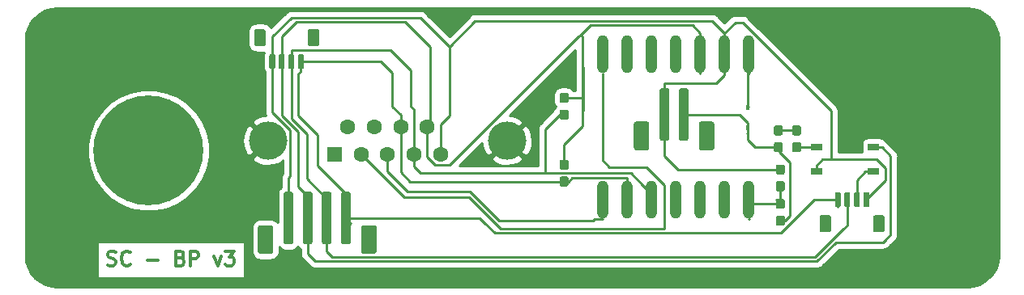
<source format=gtl>
G04 #@! TF.GenerationSoftware,KiCad,Pcbnew,(5.1.5-0)*
G04 #@! TF.CreationDate,2021-02-07T07:37:12-07:00*
G04 #@! TF.ProjectId,back_v4,6261636b-5f76-4342-9e6b-696361645f70,rev?*
G04 #@! TF.SameCoordinates,Original*
G04 #@! TF.FileFunction,Copper,L1,Top*
G04 #@! TF.FilePolarity,Positive*
%FSLAX46Y46*%
G04 Gerber Fmt 4.6, Leading zero omitted, Abs format (unit mm)*
G04 Created by KiCad (PCBNEW (5.1.5-0)) date 2021-02-07 07:37:12*
%MOMM*%
%LPD*%
G04 APERTURE LIST*
%ADD10C,0.300000*%
%ADD11C,0.100000*%
%ADD12C,11.500000*%
%ADD13R,1.200000X0.800000*%
%ADD14R,0.450000X0.600000*%
%ADD15O,1.200000X4.000000*%
%ADD16C,4.000000*%
%ADD17C,1.600000*%
%ADD18R,1.600000X1.600000*%
%ADD19C,5.800000*%
%ADD20C,0.250000*%
%ADD21C,0.254000*%
G04 APERTURE END LIST*
D10*
X105292857Y-123607142D02*
X105507142Y-123678571D01*
X105864285Y-123678571D01*
X106007142Y-123607142D01*
X106078571Y-123535714D01*
X106150000Y-123392857D01*
X106150000Y-123250000D01*
X106078571Y-123107142D01*
X106007142Y-123035714D01*
X105864285Y-122964285D01*
X105578571Y-122892857D01*
X105435714Y-122821428D01*
X105364285Y-122750000D01*
X105292857Y-122607142D01*
X105292857Y-122464285D01*
X105364285Y-122321428D01*
X105435714Y-122250000D01*
X105578571Y-122178571D01*
X105935714Y-122178571D01*
X106150000Y-122250000D01*
X107650000Y-123535714D02*
X107578571Y-123607142D01*
X107364285Y-123678571D01*
X107221428Y-123678571D01*
X107007142Y-123607142D01*
X106864285Y-123464285D01*
X106792857Y-123321428D01*
X106721428Y-123035714D01*
X106721428Y-122821428D01*
X106792857Y-122535714D01*
X106864285Y-122392857D01*
X107007142Y-122250000D01*
X107221428Y-122178571D01*
X107364285Y-122178571D01*
X107578571Y-122250000D01*
X107650000Y-122321428D01*
X109435714Y-123107142D02*
X110578571Y-123107142D01*
X112935714Y-122892857D02*
X113150000Y-122964285D01*
X113221428Y-123035714D01*
X113292857Y-123178571D01*
X113292857Y-123392857D01*
X113221428Y-123535714D01*
X113150000Y-123607142D01*
X113007142Y-123678571D01*
X112435714Y-123678571D01*
X112435714Y-122178571D01*
X112935714Y-122178571D01*
X113078571Y-122250000D01*
X113150000Y-122321428D01*
X113221428Y-122464285D01*
X113221428Y-122607142D01*
X113150000Y-122750000D01*
X113078571Y-122821428D01*
X112935714Y-122892857D01*
X112435714Y-122892857D01*
X113935714Y-123678571D02*
X113935714Y-122178571D01*
X114507142Y-122178571D01*
X114650000Y-122250000D01*
X114721428Y-122321428D01*
X114792857Y-122464285D01*
X114792857Y-122678571D01*
X114721428Y-122821428D01*
X114650000Y-122892857D01*
X114507142Y-122964285D01*
X113935714Y-122964285D01*
X116435714Y-122678571D02*
X116792857Y-123678571D01*
X117150000Y-122678571D01*
X117578571Y-122178571D02*
X118507142Y-122178571D01*
X118007142Y-122750000D01*
X118221428Y-122750000D01*
X118364285Y-122821428D01*
X118435714Y-122892857D01*
X118507142Y-123035714D01*
X118507142Y-123392857D01*
X118435714Y-123535714D01*
X118364285Y-123607142D01*
X118221428Y-123678571D01*
X117792857Y-123678571D01*
X117649999Y-123607142D01*
X117578571Y-123535714D01*
G04 #@! TA.AperFunction,SMDPad,CuDef*
D11*
G36*
X177560779Y-109001144D02*
G01*
X177583834Y-109004563D01*
X177606443Y-109010227D01*
X177628387Y-109018079D01*
X177649457Y-109028044D01*
X177669448Y-109040026D01*
X177688168Y-109053910D01*
X177705438Y-109069562D01*
X177721090Y-109086832D01*
X177734974Y-109105552D01*
X177746956Y-109125543D01*
X177756921Y-109146613D01*
X177764773Y-109168557D01*
X177770437Y-109191166D01*
X177773856Y-109214221D01*
X177775000Y-109237500D01*
X177775000Y-109812500D01*
X177773856Y-109835779D01*
X177770437Y-109858834D01*
X177764773Y-109881443D01*
X177756921Y-109903387D01*
X177746956Y-109924457D01*
X177734974Y-109944448D01*
X177721090Y-109963168D01*
X177705438Y-109980438D01*
X177688168Y-109996090D01*
X177669448Y-110009974D01*
X177649457Y-110021956D01*
X177628387Y-110031921D01*
X177606443Y-110039773D01*
X177583834Y-110045437D01*
X177560779Y-110048856D01*
X177537500Y-110050000D01*
X177062500Y-110050000D01*
X177039221Y-110048856D01*
X177016166Y-110045437D01*
X176993557Y-110039773D01*
X176971613Y-110031921D01*
X176950543Y-110021956D01*
X176930552Y-110009974D01*
X176911832Y-109996090D01*
X176894562Y-109980438D01*
X176878910Y-109963168D01*
X176865026Y-109944448D01*
X176853044Y-109924457D01*
X176843079Y-109903387D01*
X176835227Y-109881443D01*
X176829563Y-109858834D01*
X176826144Y-109835779D01*
X176825000Y-109812500D01*
X176825000Y-109237500D01*
X176826144Y-109214221D01*
X176829563Y-109191166D01*
X176835227Y-109168557D01*
X176843079Y-109146613D01*
X176853044Y-109125543D01*
X176865026Y-109105552D01*
X176878910Y-109086832D01*
X176894562Y-109069562D01*
X176911832Y-109053910D01*
X176930552Y-109040026D01*
X176950543Y-109028044D01*
X176971613Y-109018079D01*
X176993557Y-109010227D01*
X177016166Y-109004563D01*
X177039221Y-109001144D01*
X177062500Y-109000000D01*
X177537500Y-109000000D01*
X177560779Y-109001144D01*
G37*
G04 #@! TD.AperFunction*
G04 #@! TA.AperFunction,SMDPad,CuDef*
G36*
X177560779Y-110751144D02*
G01*
X177583834Y-110754563D01*
X177606443Y-110760227D01*
X177628387Y-110768079D01*
X177649457Y-110778044D01*
X177669448Y-110790026D01*
X177688168Y-110803910D01*
X177705438Y-110819562D01*
X177721090Y-110836832D01*
X177734974Y-110855552D01*
X177746956Y-110875543D01*
X177756921Y-110896613D01*
X177764773Y-110918557D01*
X177770437Y-110941166D01*
X177773856Y-110964221D01*
X177775000Y-110987500D01*
X177775000Y-111562500D01*
X177773856Y-111585779D01*
X177770437Y-111608834D01*
X177764773Y-111631443D01*
X177756921Y-111653387D01*
X177746956Y-111674457D01*
X177734974Y-111694448D01*
X177721090Y-111713168D01*
X177705438Y-111730438D01*
X177688168Y-111746090D01*
X177669448Y-111759974D01*
X177649457Y-111771956D01*
X177628387Y-111781921D01*
X177606443Y-111789773D01*
X177583834Y-111795437D01*
X177560779Y-111798856D01*
X177537500Y-111800000D01*
X177062500Y-111800000D01*
X177039221Y-111798856D01*
X177016166Y-111795437D01*
X176993557Y-111789773D01*
X176971613Y-111781921D01*
X176950543Y-111771956D01*
X176930552Y-111759974D01*
X176911832Y-111746090D01*
X176894562Y-111730438D01*
X176878910Y-111713168D01*
X176865026Y-111694448D01*
X176853044Y-111674457D01*
X176843079Y-111653387D01*
X176835227Y-111631443D01*
X176829563Y-111608834D01*
X176826144Y-111585779D01*
X176825000Y-111562500D01*
X176825000Y-110987500D01*
X176826144Y-110964221D01*
X176829563Y-110941166D01*
X176835227Y-110918557D01*
X176843079Y-110896613D01*
X176853044Y-110875543D01*
X176865026Y-110855552D01*
X176878910Y-110836832D01*
X176894562Y-110819562D01*
X176911832Y-110803910D01*
X176930552Y-110790026D01*
X176950543Y-110778044D01*
X176971613Y-110768079D01*
X176993557Y-110760227D01*
X177016166Y-110754563D01*
X177039221Y-110751144D01*
X177062500Y-110750000D01*
X177537500Y-110750000D01*
X177560779Y-110751144D01*
G37*
G04 #@! TD.AperFunction*
D12*
X109565000Y-111615000D03*
G04 #@! TA.AperFunction,SMDPad,CuDef*
D11*
G36*
X127174505Y-98901204D02*
G01*
X127198773Y-98904804D01*
X127222572Y-98910765D01*
X127245671Y-98919030D01*
X127267850Y-98929520D01*
X127288893Y-98942132D01*
X127308599Y-98956747D01*
X127326777Y-98973223D01*
X127343253Y-98991401D01*
X127357868Y-99011107D01*
X127370480Y-99032150D01*
X127380970Y-99054329D01*
X127389235Y-99077428D01*
X127395196Y-99101227D01*
X127398796Y-99125495D01*
X127400000Y-99149999D01*
X127400000Y-100450001D01*
X127398796Y-100474505D01*
X127395196Y-100498773D01*
X127389235Y-100522572D01*
X127380970Y-100545671D01*
X127370480Y-100567850D01*
X127357868Y-100588893D01*
X127343253Y-100608599D01*
X127326777Y-100626777D01*
X127308599Y-100643253D01*
X127288893Y-100657868D01*
X127267850Y-100670480D01*
X127245671Y-100680970D01*
X127222572Y-100689235D01*
X127198773Y-100695196D01*
X127174505Y-100698796D01*
X127150001Y-100700000D01*
X126449999Y-100700000D01*
X126425495Y-100698796D01*
X126401227Y-100695196D01*
X126377428Y-100689235D01*
X126354329Y-100680970D01*
X126332150Y-100670480D01*
X126311107Y-100657868D01*
X126291401Y-100643253D01*
X126273223Y-100626777D01*
X126256747Y-100608599D01*
X126242132Y-100588893D01*
X126229520Y-100567850D01*
X126219030Y-100545671D01*
X126210765Y-100522572D01*
X126204804Y-100498773D01*
X126201204Y-100474505D01*
X126200000Y-100450001D01*
X126200000Y-99149999D01*
X126201204Y-99125495D01*
X126204804Y-99101227D01*
X126210765Y-99077428D01*
X126219030Y-99054329D01*
X126229520Y-99032150D01*
X126242132Y-99011107D01*
X126256747Y-98991401D01*
X126273223Y-98973223D01*
X126291401Y-98956747D01*
X126311107Y-98942132D01*
X126332150Y-98929520D01*
X126354329Y-98919030D01*
X126377428Y-98910765D01*
X126401227Y-98904804D01*
X126425495Y-98901204D01*
X126449999Y-98900000D01*
X127150001Y-98900000D01*
X127174505Y-98901204D01*
G37*
G04 #@! TD.AperFunction*
G04 #@! TA.AperFunction,SMDPad,CuDef*
G36*
X121574505Y-98901204D02*
G01*
X121598773Y-98904804D01*
X121622572Y-98910765D01*
X121645671Y-98919030D01*
X121667850Y-98929520D01*
X121688893Y-98942132D01*
X121708599Y-98956747D01*
X121726777Y-98973223D01*
X121743253Y-98991401D01*
X121757868Y-99011107D01*
X121770480Y-99032150D01*
X121780970Y-99054329D01*
X121789235Y-99077428D01*
X121795196Y-99101227D01*
X121798796Y-99125495D01*
X121800000Y-99149999D01*
X121800000Y-100450001D01*
X121798796Y-100474505D01*
X121795196Y-100498773D01*
X121789235Y-100522572D01*
X121780970Y-100545671D01*
X121770480Y-100567850D01*
X121757868Y-100588893D01*
X121743253Y-100608599D01*
X121726777Y-100626777D01*
X121708599Y-100643253D01*
X121688893Y-100657868D01*
X121667850Y-100670480D01*
X121645671Y-100680970D01*
X121622572Y-100689235D01*
X121598773Y-100695196D01*
X121574505Y-100698796D01*
X121550001Y-100700000D01*
X120849999Y-100700000D01*
X120825495Y-100698796D01*
X120801227Y-100695196D01*
X120777428Y-100689235D01*
X120754329Y-100680970D01*
X120732150Y-100670480D01*
X120711107Y-100657868D01*
X120691401Y-100643253D01*
X120673223Y-100626777D01*
X120656747Y-100608599D01*
X120642132Y-100588893D01*
X120629520Y-100567850D01*
X120619030Y-100545671D01*
X120610765Y-100522572D01*
X120604804Y-100498773D01*
X120601204Y-100474505D01*
X120600000Y-100450001D01*
X120600000Y-99149999D01*
X120601204Y-99125495D01*
X120604804Y-99101227D01*
X120610765Y-99077428D01*
X120619030Y-99054329D01*
X120629520Y-99032150D01*
X120642132Y-99011107D01*
X120656747Y-98991401D01*
X120673223Y-98973223D01*
X120691401Y-98956747D01*
X120711107Y-98942132D01*
X120732150Y-98929520D01*
X120754329Y-98919030D01*
X120777428Y-98910765D01*
X120801227Y-98904804D01*
X120825495Y-98901204D01*
X120849999Y-98900000D01*
X121550001Y-98900000D01*
X121574505Y-98901204D01*
G37*
G04 #@! TD.AperFunction*
G04 #@! TA.AperFunction,SMDPad,CuDef*
G36*
X125664703Y-101550722D02*
G01*
X125679264Y-101552882D01*
X125693543Y-101556459D01*
X125707403Y-101561418D01*
X125720710Y-101567712D01*
X125733336Y-101575280D01*
X125745159Y-101584048D01*
X125756066Y-101593934D01*
X125765952Y-101604841D01*
X125774720Y-101616664D01*
X125782288Y-101629290D01*
X125788582Y-101642597D01*
X125793541Y-101656457D01*
X125797118Y-101670736D01*
X125799278Y-101685297D01*
X125800000Y-101700000D01*
X125800000Y-102950000D01*
X125799278Y-102964703D01*
X125797118Y-102979264D01*
X125793541Y-102993543D01*
X125788582Y-103007403D01*
X125782288Y-103020710D01*
X125774720Y-103033336D01*
X125765952Y-103045159D01*
X125756066Y-103056066D01*
X125745159Y-103065952D01*
X125733336Y-103074720D01*
X125720710Y-103082288D01*
X125707403Y-103088582D01*
X125693543Y-103093541D01*
X125679264Y-103097118D01*
X125664703Y-103099278D01*
X125650000Y-103100000D01*
X125350000Y-103100000D01*
X125335297Y-103099278D01*
X125320736Y-103097118D01*
X125306457Y-103093541D01*
X125292597Y-103088582D01*
X125279290Y-103082288D01*
X125266664Y-103074720D01*
X125254841Y-103065952D01*
X125243934Y-103056066D01*
X125234048Y-103045159D01*
X125225280Y-103033336D01*
X125217712Y-103020710D01*
X125211418Y-103007403D01*
X125206459Y-102993543D01*
X125202882Y-102979264D01*
X125200722Y-102964703D01*
X125200000Y-102950000D01*
X125200000Y-101700000D01*
X125200722Y-101685297D01*
X125202882Y-101670736D01*
X125206459Y-101656457D01*
X125211418Y-101642597D01*
X125217712Y-101629290D01*
X125225280Y-101616664D01*
X125234048Y-101604841D01*
X125243934Y-101593934D01*
X125254841Y-101584048D01*
X125266664Y-101575280D01*
X125279290Y-101567712D01*
X125292597Y-101561418D01*
X125306457Y-101556459D01*
X125320736Y-101552882D01*
X125335297Y-101550722D01*
X125350000Y-101550000D01*
X125650000Y-101550000D01*
X125664703Y-101550722D01*
G37*
G04 #@! TD.AperFunction*
G04 #@! TA.AperFunction,SMDPad,CuDef*
G36*
X124664703Y-101550722D02*
G01*
X124679264Y-101552882D01*
X124693543Y-101556459D01*
X124707403Y-101561418D01*
X124720710Y-101567712D01*
X124733336Y-101575280D01*
X124745159Y-101584048D01*
X124756066Y-101593934D01*
X124765952Y-101604841D01*
X124774720Y-101616664D01*
X124782288Y-101629290D01*
X124788582Y-101642597D01*
X124793541Y-101656457D01*
X124797118Y-101670736D01*
X124799278Y-101685297D01*
X124800000Y-101700000D01*
X124800000Y-102950000D01*
X124799278Y-102964703D01*
X124797118Y-102979264D01*
X124793541Y-102993543D01*
X124788582Y-103007403D01*
X124782288Y-103020710D01*
X124774720Y-103033336D01*
X124765952Y-103045159D01*
X124756066Y-103056066D01*
X124745159Y-103065952D01*
X124733336Y-103074720D01*
X124720710Y-103082288D01*
X124707403Y-103088582D01*
X124693543Y-103093541D01*
X124679264Y-103097118D01*
X124664703Y-103099278D01*
X124650000Y-103100000D01*
X124350000Y-103100000D01*
X124335297Y-103099278D01*
X124320736Y-103097118D01*
X124306457Y-103093541D01*
X124292597Y-103088582D01*
X124279290Y-103082288D01*
X124266664Y-103074720D01*
X124254841Y-103065952D01*
X124243934Y-103056066D01*
X124234048Y-103045159D01*
X124225280Y-103033336D01*
X124217712Y-103020710D01*
X124211418Y-103007403D01*
X124206459Y-102993543D01*
X124202882Y-102979264D01*
X124200722Y-102964703D01*
X124200000Y-102950000D01*
X124200000Y-101700000D01*
X124200722Y-101685297D01*
X124202882Y-101670736D01*
X124206459Y-101656457D01*
X124211418Y-101642597D01*
X124217712Y-101629290D01*
X124225280Y-101616664D01*
X124234048Y-101604841D01*
X124243934Y-101593934D01*
X124254841Y-101584048D01*
X124266664Y-101575280D01*
X124279290Y-101567712D01*
X124292597Y-101561418D01*
X124306457Y-101556459D01*
X124320736Y-101552882D01*
X124335297Y-101550722D01*
X124350000Y-101550000D01*
X124650000Y-101550000D01*
X124664703Y-101550722D01*
G37*
G04 #@! TD.AperFunction*
G04 #@! TA.AperFunction,SMDPad,CuDef*
G36*
X123664703Y-101550722D02*
G01*
X123679264Y-101552882D01*
X123693543Y-101556459D01*
X123707403Y-101561418D01*
X123720710Y-101567712D01*
X123733336Y-101575280D01*
X123745159Y-101584048D01*
X123756066Y-101593934D01*
X123765952Y-101604841D01*
X123774720Y-101616664D01*
X123782288Y-101629290D01*
X123788582Y-101642597D01*
X123793541Y-101656457D01*
X123797118Y-101670736D01*
X123799278Y-101685297D01*
X123800000Y-101700000D01*
X123800000Y-102950000D01*
X123799278Y-102964703D01*
X123797118Y-102979264D01*
X123793541Y-102993543D01*
X123788582Y-103007403D01*
X123782288Y-103020710D01*
X123774720Y-103033336D01*
X123765952Y-103045159D01*
X123756066Y-103056066D01*
X123745159Y-103065952D01*
X123733336Y-103074720D01*
X123720710Y-103082288D01*
X123707403Y-103088582D01*
X123693543Y-103093541D01*
X123679264Y-103097118D01*
X123664703Y-103099278D01*
X123650000Y-103100000D01*
X123350000Y-103100000D01*
X123335297Y-103099278D01*
X123320736Y-103097118D01*
X123306457Y-103093541D01*
X123292597Y-103088582D01*
X123279290Y-103082288D01*
X123266664Y-103074720D01*
X123254841Y-103065952D01*
X123243934Y-103056066D01*
X123234048Y-103045159D01*
X123225280Y-103033336D01*
X123217712Y-103020710D01*
X123211418Y-103007403D01*
X123206459Y-102993543D01*
X123202882Y-102979264D01*
X123200722Y-102964703D01*
X123200000Y-102950000D01*
X123200000Y-101700000D01*
X123200722Y-101685297D01*
X123202882Y-101670736D01*
X123206459Y-101656457D01*
X123211418Y-101642597D01*
X123217712Y-101629290D01*
X123225280Y-101616664D01*
X123234048Y-101604841D01*
X123243934Y-101593934D01*
X123254841Y-101584048D01*
X123266664Y-101575280D01*
X123279290Y-101567712D01*
X123292597Y-101561418D01*
X123306457Y-101556459D01*
X123320736Y-101552882D01*
X123335297Y-101550722D01*
X123350000Y-101550000D01*
X123650000Y-101550000D01*
X123664703Y-101550722D01*
G37*
G04 #@! TD.AperFunction*
G04 #@! TA.AperFunction,SMDPad,CuDef*
G36*
X122664703Y-101550722D02*
G01*
X122679264Y-101552882D01*
X122693543Y-101556459D01*
X122707403Y-101561418D01*
X122720710Y-101567712D01*
X122733336Y-101575280D01*
X122745159Y-101584048D01*
X122756066Y-101593934D01*
X122765952Y-101604841D01*
X122774720Y-101616664D01*
X122782288Y-101629290D01*
X122788582Y-101642597D01*
X122793541Y-101656457D01*
X122797118Y-101670736D01*
X122799278Y-101685297D01*
X122800000Y-101700000D01*
X122800000Y-102950000D01*
X122799278Y-102964703D01*
X122797118Y-102979264D01*
X122793541Y-102993543D01*
X122788582Y-103007403D01*
X122782288Y-103020710D01*
X122774720Y-103033336D01*
X122765952Y-103045159D01*
X122756066Y-103056066D01*
X122745159Y-103065952D01*
X122733336Y-103074720D01*
X122720710Y-103082288D01*
X122707403Y-103088582D01*
X122693543Y-103093541D01*
X122679264Y-103097118D01*
X122664703Y-103099278D01*
X122650000Y-103100000D01*
X122350000Y-103100000D01*
X122335297Y-103099278D01*
X122320736Y-103097118D01*
X122306457Y-103093541D01*
X122292597Y-103088582D01*
X122279290Y-103082288D01*
X122266664Y-103074720D01*
X122254841Y-103065952D01*
X122243934Y-103056066D01*
X122234048Y-103045159D01*
X122225280Y-103033336D01*
X122217712Y-103020710D01*
X122211418Y-103007403D01*
X122206459Y-102993543D01*
X122202882Y-102979264D01*
X122200722Y-102964703D01*
X122200000Y-102950000D01*
X122200000Y-101700000D01*
X122200722Y-101685297D01*
X122202882Y-101670736D01*
X122206459Y-101656457D01*
X122211418Y-101642597D01*
X122217712Y-101629290D01*
X122225280Y-101616664D01*
X122234048Y-101604841D01*
X122243934Y-101593934D01*
X122254841Y-101584048D01*
X122266664Y-101575280D01*
X122279290Y-101567712D01*
X122292597Y-101561418D01*
X122306457Y-101556459D01*
X122320736Y-101552882D01*
X122335297Y-101550722D01*
X122350000Y-101550000D01*
X122650000Y-101550000D01*
X122664703Y-101550722D01*
G37*
G04 #@! TD.AperFunction*
D13*
X185360000Y-113840000D03*
X179360000Y-113840000D03*
X179360000Y-111300000D03*
X185360000Y-111300000D03*
G04 #@! TA.AperFunction,SMDPad,CuDef*
D11*
G36*
X175660779Y-109001144D02*
G01*
X175683834Y-109004563D01*
X175706443Y-109010227D01*
X175728387Y-109018079D01*
X175749457Y-109028044D01*
X175769448Y-109040026D01*
X175788168Y-109053910D01*
X175805438Y-109069562D01*
X175821090Y-109086832D01*
X175834974Y-109105552D01*
X175846956Y-109125543D01*
X175856921Y-109146613D01*
X175864773Y-109168557D01*
X175870437Y-109191166D01*
X175873856Y-109214221D01*
X175875000Y-109237500D01*
X175875000Y-109812500D01*
X175873856Y-109835779D01*
X175870437Y-109858834D01*
X175864773Y-109881443D01*
X175856921Y-109903387D01*
X175846956Y-109924457D01*
X175834974Y-109944448D01*
X175821090Y-109963168D01*
X175805438Y-109980438D01*
X175788168Y-109996090D01*
X175769448Y-110009974D01*
X175749457Y-110021956D01*
X175728387Y-110031921D01*
X175706443Y-110039773D01*
X175683834Y-110045437D01*
X175660779Y-110048856D01*
X175637500Y-110050000D01*
X175162500Y-110050000D01*
X175139221Y-110048856D01*
X175116166Y-110045437D01*
X175093557Y-110039773D01*
X175071613Y-110031921D01*
X175050543Y-110021956D01*
X175030552Y-110009974D01*
X175011832Y-109996090D01*
X174994562Y-109980438D01*
X174978910Y-109963168D01*
X174965026Y-109944448D01*
X174953044Y-109924457D01*
X174943079Y-109903387D01*
X174935227Y-109881443D01*
X174929563Y-109858834D01*
X174926144Y-109835779D01*
X174925000Y-109812500D01*
X174925000Y-109237500D01*
X174926144Y-109214221D01*
X174929563Y-109191166D01*
X174935227Y-109168557D01*
X174943079Y-109146613D01*
X174953044Y-109125543D01*
X174965026Y-109105552D01*
X174978910Y-109086832D01*
X174994562Y-109069562D01*
X175011832Y-109053910D01*
X175030552Y-109040026D01*
X175050543Y-109028044D01*
X175071613Y-109018079D01*
X175093557Y-109010227D01*
X175116166Y-109004563D01*
X175139221Y-109001144D01*
X175162500Y-109000000D01*
X175637500Y-109000000D01*
X175660779Y-109001144D01*
G37*
G04 #@! TD.AperFunction*
G04 #@! TA.AperFunction,SMDPad,CuDef*
G36*
X175660779Y-110751144D02*
G01*
X175683834Y-110754563D01*
X175706443Y-110760227D01*
X175728387Y-110768079D01*
X175749457Y-110778044D01*
X175769448Y-110790026D01*
X175788168Y-110803910D01*
X175805438Y-110819562D01*
X175821090Y-110836832D01*
X175834974Y-110855552D01*
X175846956Y-110875543D01*
X175856921Y-110896613D01*
X175864773Y-110918557D01*
X175870437Y-110941166D01*
X175873856Y-110964221D01*
X175875000Y-110987500D01*
X175875000Y-111562500D01*
X175873856Y-111585779D01*
X175870437Y-111608834D01*
X175864773Y-111631443D01*
X175856921Y-111653387D01*
X175846956Y-111674457D01*
X175834974Y-111694448D01*
X175821090Y-111713168D01*
X175805438Y-111730438D01*
X175788168Y-111746090D01*
X175769448Y-111759974D01*
X175749457Y-111771956D01*
X175728387Y-111781921D01*
X175706443Y-111789773D01*
X175683834Y-111795437D01*
X175660779Y-111798856D01*
X175637500Y-111800000D01*
X175162500Y-111800000D01*
X175139221Y-111798856D01*
X175116166Y-111795437D01*
X175093557Y-111789773D01*
X175071613Y-111781921D01*
X175050543Y-111771956D01*
X175030552Y-111759974D01*
X175011832Y-111746090D01*
X174994562Y-111730438D01*
X174978910Y-111713168D01*
X174965026Y-111694448D01*
X174953044Y-111674457D01*
X174943079Y-111653387D01*
X174935227Y-111631443D01*
X174929563Y-111608834D01*
X174926144Y-111585779D01*
X174925000Y-111562500D01*
X174925000Y-110987500D01*
X174926144Y-110964221D01*
X174929563Y-110941166D01*
X174935227Y-110918557D01*
X174943079Y-110896613D01*
X174953044Y-110875543D01*
X174965026Y-110855552D01*
X174978910Y-110836832D01*
X174994562Y-110819562D01*
X175011832Y-110803910D01*
X175030552Y-110790026D01*
X175050543Y-110778044D01*
X175071613Y-110768079D01*
X175093557Y-110760227D01*
X175116166Y-110754563D01*
X175139221Y-110751144D01*
X175162500Y-110750000D01*
X175637500Y-110750000D01*
X175660779Y-110751144D01*
G37*
G04 #@! TD.AperFunction*
G04 #@! TA.AperFunction,SMDPad,CuDef*
G36*
X180674505Y-118401204D02*
G01*
X180698773Y-118404804D01*
X180722572Y-118410765D01*
X180745671Y-118419030D01*
X180767850Y-118429520D01*
X180788893Y-118442132D01*
X180808599Y-118456747D01*
X180826777Y-118473223D01*
X180843253Y-118491401D01*
X180857868Y-118511107D01*
X180870480Y-118532150D01*
X180880970Y-118554329D01*
X180889235Y-118577428D01*
X180895196Y-118601227D01*
X180898796Y-118625495D01*
X180900000Y-118649999D01*
X180900000Y-119950001D01*
X180898796Y-119974505D01*
X180895196Y-119998773D01*
X180889235Y-120022572D01*
X180880970Y-120045671D01*
X180870480Y-120067850D01*
X180857868Y-120088893D01*
X180843253Y-120108599D01*
X180826777Y-120126777D01*
X180808599Y-120143253D01*
X180788893Y-120157868D01*
X180767850Y-120170480D01*
X180745671Y-120180970D01*
X180722572Y-120189235D01*
X180698773Y-120195196D01*
X180674505Y-120198796D01*
X180650001Y-120200000D01*
X179949999Y-120200000D01*
X179925495Y-120198796D01*
X179901227Y-120195196D01*
X179877428Y-120189235D01*
X179854329Y-120180970D01*
X179832150Y-120170480D01*
X179811107Y-120157868D01*
X179791401Y-120143253D01*
X179773223Y-120126777D01*
X179756747Y-120108599D01*
X179742132Y-120088893D01*
X179729520Y-120067850D01*
X179719030Y-120045671D01*
X179710765Y-120022572D01*
X179704804Y-119998773D01*
X179701204Y-119974505D01*
X179700000Y-119950001D01*
X179700000Y-118649999D01*
X179701204Y-118625495D01*
X179704804Y-118601227D01*
X179710765Y-118577428D01*
X179719030Y-118554329D01*
X179729520Y-118532150D01*
X179742132Y-118511107D01*
X179756747Y-118491401D01*
X179773223Y-118473223D01*
X179791401Y-118456747D01*
X179811107Y-118442132D01*
X179832150Y-118429520D01*
X179854329Y-118419030D01*
X179877428Y-118410765D01*
X179901227Y-118404804D01*
X179925495Y-118401204D01*
X179949999Y-118400000D01*
X180650001Y-118400000D01*
X180674505Y-118401204D01*
G37*
G04 #@! TD.AperFunction*
G04 #@! TA.AperFunction,SMDPad,CuDef*
G36*
X186274505Y-118401204D02*
G01*
X186298773Y-118404804D01*
X186322572Y-118410765D01*
X186345671Y-118419030D01*
X186367850Y-118429520D01*
X186388893Y-118442132D01*
X186408599Y-118456747D01*
X186426777Y-118473223D01*
X186443253Y-118491401D01*
X186457868Y-118511107D01*
X186470480Y-118532150D01*
X186480970Y-118554329D01*
X186489235Y-118577428D01*
X186495196Y-118601227D01*
X186498796Y-118625495D01*
X186500000Y-118649999D01*
X186500000Y-119950001D01*
X186498796Y-119974505D01*
X186495196Y-119998773D01*
X186489235Y-120022572D01*
X186480970Y-120045671D01*
X186470480Y-120067850D01*
X186457868Y-120088893D01*
X186443253Y-120108599D01*
X186426777Y-120126777D01*
X186408599Y-120143253D01*
X186388893Y-120157868D01*
X186367850Y-120170480D01*
X186345671Y-120180970D01*
X186322572Y-120189235D01*
X186298773Y-120195196D01*
X186274505Y-120198796D01*
X186250001Y-120200000D01*
X185549999Y-120200000D01*
X185525495Y-120198796D01*
X185501227Y-120195196D01*
X185477428Y-120189235D01*
X185454329Y-120180970D01*
X185432150Y-120170480D01*
X185411107Y-120157868D01*
X185391401Y-120143253D01*
X185373223Y-120126777D01*
X185356747Y-120108599D01*
X185342132Y-120088893D01*
X185329520Y-120067850D01*
X185319030Y-120045671D01*
X185310765Y-120022572D01*
X185304804Y-119998773D01*
X185301204Y-119974505D01*
X185300000Y-119950001D01*
X185300000Y-118649999D01*
X185301204Y-118625495D01*
X185304804Y-118601227D01*
X185310765Y-118577428D01*
X185319030Y-118554329D01*
X185329520Y-118532150D01*
X185342132Y-118511107D01*
X185356747Y-118491401D01*
X185373223Y-118473223D01*
X185391401Y-118456747D01*
X185411107Y-118442132D01*
X185432150Y-118429520D01*
X185454329Y-118419030D01*
X185477428Y-118410765D01*
X185501227Y-118404804D01*
X185525495Y-118401204D01*
X185549999Y-118400000D01*
X186250001Y-118400000D01*
X186274505Y-118401204D01*
G37*
G04 #@! TD.AperFunction*
G04 #@! TA.AperFunction,SMDPad,CuDef*
G36*
X181764703Y-116000722D02*
G01*
X181779264Y-116002882D01*
X181793543Y-116006459D01*
X181807403Y-116011418D01*
X181820710Y-116017712D01*
X181833336Y-116025280D01*
X181845159Y-116034048D01*
X181856066Y-116043934D01*
X181865952Y-116054841D01*
X181874720Y-116066664D01*
X181882288Y-116079290D01*
X181888582Y-116092597D01*
X181893541Y-116106457D01*
X181897118Y-116120736D01*
X181899278Y-116135297D01*
X181900000Y-116150000D01*
X181900000Y-117400000D01*
X181899278Y-117414703D01*
X181897118Y-117429264D01*
X181893541Y-117443543D01*
X181888582Y-117457403D01*
X181882288Y-117470710D01*
X181874720Y-117483336D01*
X181865952Y-117495159D01*
X181856066Y-117506066D01*
X181845159Y-117515952D01*
X181833336Y-117524720D01*
X181820710Y-117532288D01*
X181807403Y-117538582D01*
X181793543Y-117543541D01*
X181779264Y-117547118D01*
X181764703Y-117549278D01*
X181750000Y-117550000D01*
X181450000Y-117550000D01*
X181435297Y-117549278D01*
X181420736Y-117547118D01*
X181406457Y-117543541D01*
X181392597Y-117538582D01*
X181379290Y-117532288D01*
X181366664Y-117524720D01*
X181354841Y-117515952D01*
X181343934Y-117506066D01*
X181334048Y-117495159D01*
X181325280Y-117483336D01*
X181317712Y-117470710D01*
X181311418Y-117457403D01*
X181306459Y-117443543D01*
X181302882Y-117429264D01*
X181300722Y-117414703D01*
X181300000Y-117400000D01*
X181300000Y-116150000D01*
X181300722Y-116135297D01*
X181302882Y-116120736D01*
X181306459Y-116106457D01*
X181311418Y-116092597D01*
X181317712Y-116079290D01*
X181325280Y-116066664D01*
X181334048Y-116054841D01*
X181343934Y-116043934D01*
X181354841Y-116034048D01*
X181366664Y-116025280D01*
X181379290Y-116017712D01*
X181392597Y-116011418D01*
X181406457Y-116006459D01*
X181420736Y-116002882D01*
X181435297Y-116000722D01*
X181450000Y-116000000D01*
X181750000Y-116000000D01*
X181764703Y-116000722D01*
G37*
G04 #@! TD.AperFunction*
G04 #@! TA.AperFunction,SMDPad,CuDef*
G36*
X182764703Y-116000722D02*
G01*
X182779264Y-116002882D01*
X182793543Y-116006459D01*
X182807403Y-116011418D01*
X182820710Y-116017712D01*
X182833336Y-116025280D01*
X182845159Y-116034048D01*
X182856066Y-116043934D01*
X182865952Y-116054841D01*
X182874720Y-116066664D01*
X182882288Y-116079290D01*
X182888582Y-116092597D01*
X182893541Y-116106457D01*
X182897118Y-116120736D01*
X182899278Y-116135297D01*
X182900000Y-116150000D01*
X182900000Y-117400000D01*
X182899278Y-117414703D01*
X182897118Y-117429264D01*
X182893541Y-117443543D01*
X182888582Y-117457403D01*
X182882288Y-117470710D01*
X182874720Y-117483336D01*
X182865952Y-117495159D01*
X182856066Y-117506066D01*
X182845159Y-117515952D01*
X182833336Y-117524720D01*
X182820710Y-117532288D01*
X182807403Y-117538582D01*
X182793543Y-117543541D01*
X182779264Y-117547118D01*
X182764703Y-117549278D01*
X182750000Y-117550000D01*
X182450000Y-117550000D01*
X182435297Y-117549278D01*
X182420736Y-117547118D01*
X182406457Y-117543541D01*
X182392597Y-117538582D01*
X182379290Y-117532288D01*
X182366664Y-117524720D01*
X182354841Y-117515952D01*
X182343934Y-117506066D01*
X182334048Y-117495159D01*
X182325280Y-117483336D01*
X182317712Y-117470710D01*
X182311418Y-117457403D01*
X182306459Y-117443543D01*
X182302882Y-117429264D01*
X182300722Y-117414703D01*
X182300000Y-117400000D01*
X182300000Y-116150000D01*
X182300722Y-116135297D01*
X182302882Y-116120736D01*
X182306459Y-116106457D01*
X182311418Y-116092597D01*
X182317712Y-116079290D01*
X182325280Y-116066664D01*
X182334048Y-116054841D01*
X182343934Y-116043934D01*
X182354841Y-116034048D01*
X182366664Y-116025280D01*
X182379290Y-116017712D01*
X182392597Y-116011418D01*
X182406457Y-116006459D01*
X182420736Y-116002882D01*
X182435297Y-116000722D01*
X182450000Y-116000000D01*
X182750000Y-116000000D01*
X182764703Y-116000722D01*
G37*
G04 #@! TD.AperFunction*
G04 #@! TA.AperFunction,SMDPad,CuDef*
G36*
X183764703Y-116000722D02*
G01*
X183779264Y-116002882D01*
X183793543Y-116006459D01*
X183807403Y-116011418D01*
X183820710Y-116017712D01*
X183833336Y-116025280D01*
X183845159Y-116034048D01*
X183856066Y-116043934D01*
X183865952Y-116054841D01*
X183874720Y-116066664D01*
X183882288Y-116079290D01*
X183888582Y-116092597D01*
X183893541Y-116106457D01*
X183897118Y-116120736D01*
X183899278Y-116135297D01*
X183900000Y-116150000D01*
X183900000Y-117400000D01*
X183899278Y-117414703D01*
X183897118Y-117429264D01*
X183893541Y-117443543D01*
X183888582Y-117457403D01*
X183882288Y-117470710D01*
X183874720Y-117483336D01*
X183865952Y-117495159D01*
X183856066Y-117506066D01*
X183845159Y-117515952D01*
X183833336Y-117524720D01*
X183820710Y-117532288D01*
X183807403Y-117538582D01*
X183793543Y-117543541D01*
X183779264Y-117547118D01*
X183764703Y-117549278D01*
X183750000Y-117550000D01*
X183450000Y-117550000D01*
X183435297Y-117549278D01*
X183420736Y-117547118D01*
X183406457Y-117543541D01*
X183392597Y-117538582D01*
X183379290Y-117532288D01*
X183366664Y-117524720D01*
X183354841Y-117515952D01*
X183343934Y-117506066D01*
X183334048Y-117495159D01*
X183325280Y-117483336D01*
X183317712Y-117470710D01*
X183311418Y-117457403D01*
X183306459Y-117443543D01*
X183302882Y-117429264D01*
X183300722Y-117414703D01*
X183300000Y-117400000D01*
X183300000Y-116150000D01*
X183300722Y-116135297D01*
X183302882Y-116120736D01*
X183306459Y-116106457D01*
X183311418Y-116092597D01*
X183317712Y-116079290D01*
X183325280Y-116066664D01*
X183334048Y-116054841D01*
X183343934Y-116043934D01*
X183354841Y-116034048D01*
X183366664Y-116025280D01*
X183379290Y-116017712D01*
X183392597Y-116011418D01*
X183406457Y-116006459D01*
X183420736Y-116002882D01*
X183435297Y-116000722D01*
X183450000Y-116000000D01*
X183750000Y-116000000D01*
X183764703Y-116000722D01*
G37*
G04 #@! TD.AperFunction*
G04 #@! TA.AperFunction,SMDPad,CuDef*
G36*
X184764703Y-116000722D02*
G01*
X184779264Y-116002882D01*
X184793543Y-116006459D01*
X184807403Y-116011418D01*
X184820710Y-116017712D01*
X184833336Y-116025280D01*
X184845159Y-116034048D01*
X184856066Y-116043934D01*
X184865952Y-116054841D01*
X184874720Y-116066664D01*
X184882288Y-116079290D01*
X184888582Y-116092597D01*
X184893541Y-116106457D01*
X184897118Y-116120736D01*
X184899278Y-116135297D01*
X184900000Y-116150000D01*
X184900000Y-117400000D01*
X184899278Y-117414703D01*
X184897118Y-117429264D01*
X184893541Y-117443543D01*
X184888582Y-117457403D01*
X184882288Y-117470710D01*
X184874720Y-117483336D01*
X184865952Y-117495159D01*
X184856066Y-117506066D01*
X184845159Y-117515952D01*
X184833336Y-117524720D01*
X184820710Y-117532288D01*
X184807403Y-117538582D01*
X184793543Y-117543541D01*
X184779264Y-117547118D01*
X184764703Y-117549278D01*
X184750000Y-117550000D01*
X184450000Y-117550000D01*
X184435297Y-117549278D01*
X184420736Y-117547118D01*
X184406457Y-117543541D01*
X184392597Y-117538582D01*
X184379290Y-117532288D01*
X184366664Y-117524720D01*
X184354841Y-117515952D01*
X184343934Y-117506066D01*
X184334048Y-117495159D01*
X184325280Y-117483336D01*
X184317712Y-117470710D01*
X184311418Y-117457403D01*
X184306459Y-117443543D01*
X184302882Y-117429264D01*
X184300722Y-117414703D01*
X184300000Y-117400000D01*
X184300000Y-116150000D01*
X184300722Y-116135297D01*
X184302882Y-116120736D01*
X184306459Y-116106457D01*
X184311418Y-116092597D01*
X184317712Y-116079290D01*
X184325280Y-116066664D01*
X184334048Y-116054841D01*
X184343934Y-116043934D01*
X184354841Y-116034048D01*
X184366664Y-116025280D01*
X184379290Y-116017712D01*
X184392597Y-116011418D01*
X184406457Y-116006459D01*
X184420736Y-116002882D01*
X184435297Y-116000722D01*
X184450000Y-116000000D01*
X184750000Y-116000000D01*
X184764703Y-116000722D01*
G37*
G04 #@! TD.AperFunction*
G04 #@! TA.AperFunction,SMDPad,CuDef*
G36*
X175860779Y-113101144D02*
G01*
X175883834Y-113104563D01*
X175906443Y-113110227D01*
X175928387Y-113118079D01*
X175949457Y-113128044D01*
X175969448Y-113140026D01*
X175988168Y-113153910D01*
X176005438Y-113169562D01*
X176021090Y-113186832D01*
X176034974Y-113205552D01*
X176046956Y-113225543D01*
X176056921Y-113246613D01*
X176064773Y-113268557D01*
X176070437Y-113291166D01*
X176073856Y-113314221D01*
X176075000Y-113337500D01*
X176075000Y-113912500D01*
X176073856Y-113935779D01*
X176070437Y-113958834D01*
X176064773Y-113981443D01*
X176056921Y-114003387D01*
X176046956Y-114024457D01*
X176034974Y-114044448D01*
X176021090Y-114063168D01*
X176005438Y-114080438D01*
X175988168Y-114096090D01*
X175969448Y-114109974D01*
X175949457Y-114121956D01*
X175928387Y-114131921D01*
X175906443Y-114139773D01*
X175883834Y-114145437D01*
X175860779Y-114148856D01*
X175837500Y-114150000D01*
X175362500Y-114150000D01*
X175339221Y-114148856D01*
X175316166Y-114145437D01*
X175293557Y-114139773D01*
X175271613Y-114131921D01*
X175250543Y-114121956D01*
X175230552Y-114109974D01*
X175211832Y-114096090D01*
X175194562Y-114080438D01*
X175178910Y-114063168D01*
X175165026Y-114044448D01*
X175153044Y-114024457D01*
X175143079Y-114003387D01*
X175135227Y-113981443D01*
X175129563Y-113958834D01*
X175126144Y-113935779D01*
X175125000Y-113912500D01*
X175125000Y-113337500D01*
X175126144Y-113314221D01*
X175129563Y-113291166D01*
X175135227Y-113268557D01*
X175143079Y-113246613D01*
X175153044Y-113225543D01*
X175165026Y-113205552D01*
X175178910Y-113186832D01*
X175194562Y-113169562D01*
X175211832Y-113153910D01*
X175230552Y-113140026D01*
X175250543Y-113128044D01*
X175271613Y-113118079D01*
X175293557Y-113110227D01*
X175316166Y-113104563D01*
X175339221Y-113101144D01*
X175362500Y-113100000D01*
X175837500Y-113100000D01*
X175860779Y-113101144D01*
G37*
G04 #@! TD.AperFunction*
G04 #@! TA.AperFunction,SMDPad,CuDef*
G36*
X175860779Y-114851144D02*
G01*
X175883834Y-114854563D01*
X175906443Y-114860227D01*
X175928387Y-114868079D01*
X175949457Y-114878044D01*
X175969448Y-114890026D01*
X175988168Y-114903910D01*
X176005438Y-114919562D01*
X176021090Y-114936832D01*
X176034974Y-114955552D01*
X176046956Y-114975543D01*
X176056921Y-114996613D01*
X176064773Y-115018557D01*
X176070437Y-115041166D01*
X176073856Y-115064221D01*
X176075000Y-115087500D01*
X176075000Y-115662500D01*
X176073856Y-115685779D01*
X176070437Y-115708834D01*
X176064773Y-115731443D01*
X176056921Y-115753387D01*
X176046956Y-115774457D01*
X176034974Y-115794448D01*
X176021090Y-115813168D01*
X176005438Y-115830438D01*
X175988168Y-115846090D01*
X175969448Y-115859974D01*
X175949457Y-115871956D01*
X175928387Y-115881921D01*
X175906443Y-115889773D01*
X175883834Y-115895437D01*
X175860779Y-115898856D01*
X175837500Y-115900000D01*
X175362500Y-115900000D01*
X175339221Y-115898856D01*
X175316166Y-115895437D01*
X175293557Y-115889773D01*
X175271613Y-115881921D01*
X175250543Y-115871956D01*
X175230552Y-115859974D01*
X175211832Y-115846090D01*
X175194562Y-115830438D01*
X175178910Y-115813168D01*
X175165026Y-115794448D01*
X175153044Y-115774457D01*
X175143079Y-115753387D01*
X175135227Y-115731443D01*
X175129563Y-115708834D01*
X175126144Y-115685779D01*
X175125000Y-115662500D01*
X175125000Y-115087500D01*
X175126144Y-115064221D01*
X175129563Y-115041166D01*
X175135227Y-115018557D01*
X175143079Y-114996613D01*
X175153044Y-114975543D01*
X175165026Y-114955552D01*
X175178910Y-114936832D01*
X175194562Y-114919562D01*
X175211832Y-114903910D01*
X175230552Y-114890026D01*
X175250543Y-114878044D01*
X175271613Y-114868079D01*
X175293557Y-114860227D01*
X175316166Y-114854563D01*
X175339221Y-114851144D01*
X175362500Y-114850000D01*
X175837500Y-114850000D01*
X175860779Y-114851144D01*
G37*
G04 #@! TD.AperFunction*
G04 #@! TA.AperFunction,SMDPad,CuDef*
G36*
X175860779Y-116701144D02*
G01*
X175883834Y-116704563D01*
X175906443Y-116710227D01*
X175928387Y-116718079D01*
X175949457Y-116728044D01*
X175969448Y-116740026D01*
X175988168Y-116753910D01*
X176005438Y-116769562D01*
X176021090Y-116786832D01*
X176034974Y-116805552D01*
X176046956Y-116825543D01*
X176056921Y-116846613D01*
X176064773Y-116868557D01*
X176070437Y-116891166D01*
X176073856Y-116914221D01*
X176075000Y-116937500D01*
X176075000Y-117512500D01*
X176073856Y-117535779D01*
X176070437Y-117558834D01*
X176064773Y-117581443D01*
X176056921Y-117603387D01*
X176046956Y-117624457D01*
X176034974Y-117644448D01*
X176021090Y-117663168D01*
X176005438Y-117680438D01*
X175988168Y-117696090D01*
X175969448Y-117709974D01*
X175949457Y-117721956D01*
X175928387Y-117731921D01*
X175906443Y-117739773D01*
X175883834Y-117745437D01*
X175860779Y-117748856D01*
X175837500Y-117750000D01*
X175362500Y-117750000D01*
X175339221Y-117748856D01*
X175316166Y-117745437D01*
X175293557Y-117739773D01*
X175271613Y-117731921D01*
X175250543Y-117721956D01*
X175230552Y-117709974D01*
X175211832Y-117696090D01*
X175194562Y-117680438D01*
X175178910Y-117663168D01*
X175165026Y-117644448D01*
X175153044Y-117624457D01*
X175143079Y-117603387D01*
X175135227Y-117581443D01*
X175129563Y-117558834D01*
X175126144Y-117535779D01*
X175125000Y-117512500D01*
X175125000Y-116937500D01*
X175126144Y-116914221D01*
X175129563Y-116891166D01*
X175135227Y-116868557D01*
X175143079Y-116846613D01*
X175153044Y-116825543D01*
X175165026Y-116805552D01*
X175178910Y-116786832D01*
X175194562Y-116769562D01*
X175211832Y-116753910D01*
X175230552Y-116740026D01*
X175250543Y-116728044D01*
X175271613Y-116718079D01*
X175293557Y-116710227D01*
X175316166Y-116704563D01*
X175339221Y-116701144D01*
X175362500Y-116700000D01*
X175837500Y-116700000D01*
X175860779Y-116701144D01*
G37*
G04 #@! TD.AperFunction*
G04 #@! TA.AperFunction,SMDPad,CuDef*
G36*
X175860779Y-118451144D02*
G01*
X175883834Y-118454563D01*
X175906443Y-118460227D01*
X175928387Y-118468079D01*
X175949457Y-118478044D01*
X175969448Y-118490026D01*
X175988168Y-118503910D01*
X176005438Y-118519562D01*
X176021090Y-118536832D01*
X176034974Y-118555552D01*
X176046956Y-118575543D01*
X176056921Y-118596613D01*
X176064773Y-118618557D01*
X176070437Y-118641166D01*
X176073856Y-118664221D01*
X176075000Y-118687500D01*
X176075000Y-119262500D01*
X176073856Y-119285779D01*
X176070437Y-119308834D01*
X176064773Y-119331443D01*
X176056921Y-119353387D01*
X176046956Y-119374457D01*
X176034974Y-119394448D01*
X176021090Y-119413168D01*
X176005438Y-119430438D01*
X175988168Y-119446090D01*
X175969448Y-119459974D01*
X175949457Y-119471956D01*
X175928387Y-119481921D01*
X175906443Y-119489773D01*
X175883834Y-119495437D01*
X175860779Y-119498856D01*
X175837500Y-119500000D01*
X175362500Y-119500000D01*
X175339221Y-119498856D01*
X175316166Y-119495437D01*
X175293557Y-119489773D01*
X175271613Y-119481921D01*
X175250543Y-119471956D01*
X175230552Y-119459974D01*
X175211832Y-119446090D01*
X175194562Y-119430438D01*
X175178910Y-119413168D01*
X175165026Y-119394448D01*
X175153044Y-119374457D01*
X175143079Y-119353387D01*
X175135227Y-119331443D01*
X175129563Y-119308834D01*
X175126144Y-119285779D01*
X175125000Y-119262500D01*
X175125000Y-118687500D01*
X175126144Y-118664221D01*
X175129563Y-118641166D01*
X175135227Y-118618557D01*
X175143079Y-118596613D01*
X175153044Y-118575543D01*
X175165026Y-118555552D01*
X175178910Y-118536832D01*
X175194562Y-118519562D01*
X175211832Y-118503910D01*
X175230552Y-118490026D01*
X175250543Y-118478044D01*
X175271613Y-118468079D01*
X175293557Y-118460227D01*
X175316166Y-118454563D01*
X175339221Y-118451144D01*
X175362500Y-118450000D01*
X175837500Y-118450000D01*
X175860779Y-118451144D01*
G37*
G04 #@! TD.AperFunction*
D14*
X172200000Y-109250000D03*
X172200000Y-107150000D03*
D15*
X157080000Y-116820000D03*
X157080000Y-101580000D03*
X159620000Y-116820000D03*
X159620000Y-101580000D03*
X162160000Y-116820000D03*
X162160000Y-101580000D03*
X164700000Y-116820000D03*
X164700000Y-101580000D03*
X167240000Y-116820000D03*
X167240000Y-101580000D03*
X169780000Y-116820000D03*
X169780000Y-101580000D03*
X172320000Y-116820000D03*
X172320000Y-101580000D03*
G04 #@! TA.AperFunction,SMDPad,CuDef*
D11*
G36*
X153260779Y-114351144D02*
G01*
X153283834Y-114354563D01*
X153306443Y-114360227D01*
X153328387Y-114368079D01*
X153349457Y-114378044D01*
X153369448Y-114390026D01*
X153388168Y-114403910D01*
X153405438Y-114419562D01*
X153421090Y-114436832D01*
X153434974Y-114455552D01*
X153446956Y-114475543D01*
X153456921Y-114496613D01*
X153464773Y-114518557D01*
X153470437Y-114541166D01*
X153473856Y-114564221D01*
X153475000Y-114587500D01*
X153475000Y-115162500D01*
X153473856Y-115185779D01*
X153470437Y-115208834D01*
X153464773Y-115231443D01*
X153456921Y-115253387D01*
X153446956Y-115274457D01*
X153434974Y-115294448D01*
X153421090Y-115313168D01*
X153405438Y-115330438D01*
X153388168Y-115346090D01*
X153369448Y-115359974D01*
X153349457Y-115371956D01*
X153328387Y-115381921D01*
X153306443Y-115389773D01*
X153283834Y-115395437D01*
X153260779Y-115398856D01*
X153237500Y-115400000D01*
X152762500Y-115400000D01*
X152739221Y-115398856D01*
X152716166Y-115395437D01*
X152693557Y-115389773D01*
X152671613Y-115381921D01*
X152650543Y-115371956D01*
X152630552Y-115359974D01*
X152611832Y-115346090D01*
X152594562Y-115330438D01*
X152578910Y-115313168D01*
X152565026Y-115294448D01*
X152553044Y-115274457D01*
X152543079Y-115253387D01*
X152535227Y-115231443D01*
X152529563Y-115208834D01*
X152526144Y-115185779D01*
X152525000Y-115162500D01*
X152525000Y-114587500D01*
X152526144Y-114564221D01*
X152529563Y-114541166D01*
X152535227Y-114518557D01*
X152543079Y-114496613D01*
X152553044Y-114475543D01*
X152565026Y-114455552D01*
X152578910Y-114436832D01*
X152594562Y-114419562D01*
X152611832Y-114403910D01*
X152630552Y-114390026D01*
X152650543Y-114378044D01*
X152671613Y-114368079D01*
X152693557Y-114360227D01*
X152716166Y-114354563D01*
X152739221Y-114351144D01*
X152762500Y-114350000D01*
X153237500Y-114350000D01*
X153260779Y-114351144D01*
G37*
G04 #@! TD.AperFunction*
G04 #@! TA.AperFunction,SMDPad,CuDef*
G36*
X153260779Y-112601144D02*
G01*
X153283834Y-112604563D01*
X153306443Y-112610227D01*
X153328387Y-112618079D01*
X153349457Y-112628044D01*
X153369448Y-112640026D01*
X153388168Y-112653910D01*
X153405438Y-112669562D01*
X153421090Y-112686832D01*
X153434974Y-112705552D01*
X153446956Y-112725543D01*
X153456921Y-112746613D01*
X153464773Y-112768557D01*
X153470437Y-112791166D01*
X153473856Y-112814221D01*
X153475000Y-112837500D01*
X153475000Y-113412500D01*
X153473856Y-113435779D01*
X153470437Y-113458834D01*
X153464773Y-113481443D01*
X153456921Y-113503387D01*
X153446956Y-113524457D01*
X153434974Y-113544448D01*
X153421090Y-113563168D01*
X153405438Y-113580438D01*
X153388168Y-113596090D01*
X153369448Y-113609974D01*
X153349457Y-113621956D01*
X153328387Y-113631921D01*
X153306443Y-113639773D01*
X153283834Y-113645437D01*
X153260779Y-113648856D01*
X153237500Y-113650000D01*
X152762500Y-113650000D01*
X152739221Y-113648856D01*
X152716166Y-113645437D01*
X152693557Y-113639773D01*
X152671613Y-113631921D01*
X152650543Y-113621956D01*
X152630552Y-113609974D01*
X152611832Y-113596090D01*
X152594562Y-113580438D01*
X152578910Y-113563168D01*
X152565026Y-113544448D01*
X152553044Y-113524457D01*
X152543079Y-113503387D01*
X152535227Y-113481443D01*
X152529563Y-113458834D01*
X152526144Y-113435779D01*
X152525000Y-113412500D01*
X152525000Y-112837500D01*
X152526144Y-112814221D01*
X152529563Y-112791166D01*
X152535227Y-112768557D01*
X152543079Y-112746613D01*
X152553044Y-112725543D01*
X152565026Y-112705552D01*
X152578910Y-112686832D01*
X152594562Y-112669562D01*
X152611832Y-112653910D01*
X152630552Y-112640026D01*
X152650543Y-112628044D01*
X152671613Y-112618079D01*
X152693557Y-112610227D01*
X152716166Y-112604563D01*
X152739221Y-112601144D01*
X152762500Y-112600000D01*
X153237500Y-112600000D01*
X153260779Y-112601144D01*
G37*
G04 #@! TD.AperFunction*
G04 #@! TA.AperFunction,SMDPad,CuDef*
G36*
X153260779Y-107351144D02*
G01*
X153283834Y-107354563D01*
X153306443Y-107360227D01*
X153328387Y-107368079D01*
X153349457Y-107378044D01*
X153369448Y-107390026D01*
X153388168Y-107403910D01*
X153405438Y-107419562D01*
X153421090Y-107436832D01*
X153434974Y-107455552D01*
X153446956Y-107475543D01*
X153456921Y-107496613D01*
X153464773Y-107518557D01*
X153470437Y-107541166D01*
X153473856Y-107564221D01*
X153475000Y-107587500D01*
X153475000Y-108162500D01*
X153473856Y-108185779D01*
X153470437Y-108208834D01*
X153464773Y-108231443D01*
X153456921Y-108253387D01*
X153446956Y-108274457D01*
X153434974Y-108294448D01*
X153421090Y-108313168D01*
X153405438Y-108330438D01*
X153388168Y-108346090D01*
X153369448Y-108359974D01*
X153349457Y-108371956D01*
X153328387Y-108381921D01*
X153306443Y-108389773D01*
X153283834Y-108395437D01*
X153260779Y-108398856D01*
X153237500Y-108400000D01*
X152762500Y-108400000D01*
X152739221Y-108398856D01*
X152716166Y-108395437D01*
X152693557Y-108389773D01*
X152671613Y-108381921D01*
X152650543Y-108371956D01*
X152630552Y-108359974D01*
X152611832Y-108346090D01*
X152594562Y-108330438D01*
X152578910Y-108313168D01*
X152565026Y-108294448D01*
X152553044Y-108274457D01*
X152543079Y-108253387D01*
X152535227Y-108231443D01*
X152529563Y-108208834D01*
X152526144Y-108185779D01*
X152525000Y-108162500D01*
X152525000Y-107587500D01*
X152526144Y-107564221D01*
X152529563Y-107541166D01*
X152535227Y-107518557D01*
X152543079Y-107496613D01*
X152553044Y-107475543D01*
X152565026Y-107455552D01*
X152578910Y-107436832D01*
X152594562Y-107419562D01*
X152611832Y-107403910D01*
X152630552Y-107390026D01*
X152650543Y-107378044D01*
X152671613Y-107368079D01*
X152693557Y-107360227D01*
X152716166Y-107354563D01*
X152739221Y-107351144D01*
X152762500Y-107350000D01*
X153237500Y-107350000D01*
X153260779Y-107351144D01*
G37*
G04 #@! TD.AperFunction*
G04 #@! TA.AperFunction,SMDPad,CuDef*
G36*
X153260779Y-105601144D02*
G01*
X153283834Y-105604563D01*
X153306443Y-105610227D01*
X153328387Y-105618079D01*
X153349457Y-105628044D01*
X153369448Y-105640026D01*
X153388168Y-105653910D01*
X153405438Y-105669562D01*
X153421090Y-105686832D01*
X153434974Y-105705552D01*
X153446956Y-105725543D01*
X153456921Y-105746613D01*
X153464773Y-105768557D01*
X153470437Y-105791166D01*
X153473856Y-105814221D01*
X153475000Y-105837500D01*
X153475000Y-106412500D01*
X153473856Y-106435779D01*
X153470437Y-106458834D01*
X153464773Y-106481443D01*
X153456921Y-106503387D01*
X153446956Y-106524457D01*
X153434974Y-106544448D01*
X153421090Y-106563168D01*
X153405438Y-106580438D01*
X153388168Y-106596090D01*
X153369448Y-106609974D01*
X153349457Y-106621956D01*
X153328387Y-106631921D01*
X153306443Y-106639773D01*
X153283834Y-106645437D01*
X153260779Y-106648856D01*
X153237500Y-106650000D01*
X152762500Y-106650000D01*
X152739221Y-106648856D01*
X152716166Y-106645437D01*
X152693557Y-106639773D01*
X152671613Y-106631921D01*
X152650543Y-106621956D01*
X152630552Y-106609974D01*
X152611832Y-106596090D01*
X152594562Y-106580438D01*
X152578910Y-106563168D01*
X152565026Y-106544448D01*
X152553044Y-106524457D01*
X152543079Y-106503387D01*
X152535227Y-106481443D01*
X152529563Y-106458834D01*
X152526144Y-106435779D01*
X152525000Y-106412500D01*
X152525000Y-105837500D01*
X152526144Y-105814221D01*
X152529563Y-105791166D01*
X152535227Y-105768557D01*
X152543079Y-105746613D01*
X152553044Y-105725543D01*
X152565026Y-105705552D01*
X152578910Y-105686832D01*
X152594562Y-105669562D01*
X152611832Y-105653910D01*
X152630552Y-105640026D01*
X152650543Y-105628044D01*
X152671613Y-105618079D01*
X152693557Y-105610227D01*
X152716166Y-105604563D01*
X152739221Y-105601144D01*
X152762500Y-105600000D01*
X153237500Y-105600000D01*
X153260779Y-105601144D01*
G37*
G04 #@! TD.AperFunction*
D16*
X147040000Y-110580000D03*
X122040000Y-110580000D03*
D17*
X138695000Y-109160000D03*
X135925000Y-109160000D03*
X133155000Y-109160000D03*
X130385000Y-109160000D03*
X140080000Y-112000000D03*
X137310000Y-112000000D03*
X134540000Y-112000000D03*
X131770000Y-112000000D03*
D18*
X129000000Y-112000000D03*
G04 #@! TA.AperFunction,SMDPad,CuDef*
D11*
G36*
X122374504Y-119451204D02*
G01*
X122398773Y-119454804D01*
X122422571Y-119460765D01*
X122445671Y-119469030D01*
X122467849Y-119479520D01*
X122488893Y-119492133D01*
X122508598Y-119506747D01*
X122526777Y-119523223D01*
X122543253Y-119541402D01*
X122557867Y-119561107D01*
X122570480Y-119582151D01*
X122580970Y-119604329D01*
X122589235Y-119627429D01*
X122595196Y-119651227D01*
X122598796Y-119675496D01*
X122600000Y-119700000D01*
X122600000Y-122200000D01*
X122598796Y-122224504D01*
X122595196Y-122248773D01*
X122589235Y-122272571D01*
X122580970Y-122295671D01*
X122570480Y-122317849D01*
X122557867Y-122338893D01*
X122543253Y-122358598D01*
X122526777Y-122376777D01*
X122508598Y-122393253D01*
X122488893Y-122407867D01*
X122467849Y-122420480D01*
X122445671Y-122430970D01*
X122422571Y-122439235D01*
X122398773Y-122445196D01*
X122374504Y-122448796D01*
X122350000Y-122450000D01*
X121250000Y-122450000D01*
X121225496Y-122448796D01*
X121201227Y-122445196D01*
X121177429Y-122439235D01*
X121154329Y-122430970D01*
X121132151Y-122420480D01*
X121111107Y-122407867D01*
X121091402Y-122393253D01*
X121073223Y-122376777D01*
X121056747Y-122358598D01*
X121042133Y-122338893D01*
X121029520Y-122317849D01*
X121019030Y-122295671D01*
X121010765Y-122272571D01*
X121004804Y-122248773D01*
X121001204Y-122224504D01*
X121000000Y-122200000D01*
X121000000Y-119700000D01*
X121001204Y-119675496D01*
X121004804Y-119651227D01*
X121010765Y-119627429D01*
X121019030Y-119604329D01*
X121029520Y-119582151D01*
X121042133Y-119561107D01*
X121056747Y-119541402D01*
X121073223Y-119523223D01*
X121091402Y-119506747D01*
X121111107Y-119492133D01*
X121132151Y-119479520D01*
X121154329Y-119469030D01*
X121177429Y-119460765D01*
X121201227Y-119454804D01*
X121225496Y-119451204D01*
X121250000Y-119450000D01*
X122350000Y-119450000D01*
X122374504Y-119451204D01*
G37*
G04 #@! TD.AperFunction*
G04 #@! TA.AperFunction,SMDPad,CuDef*
G36*
X133174504Y-119451204D02*
G01*
X133198773Y-119454804D01*
X133222571Y-119460765D01*
X133245671Y-119469030D01*
X133267849Y-119479520D01*
X133288893Y-119492133D01*
X133308598Y-119506747D01*
X133326777Y-119523223D01*
X133343253Y-119541402D01*
X133357867Y-119561107D01*
X133370480Y-119582151D01*
X133380970Y-119604329D01*
X133389235Y-119627429D01*
X133395196Y-119651227D01*
X133398796Y-119675496D01*
X133400000Y-119700000D01*
X133400000Y-122200000D01*
X133398796Y-122224504D01*
X133395196Y-122248773D01*
X133389235Y-122272571D01*
X133380970Y-122295671D01*
X133370480Y-122317849D01*
X133357867Y-122338893D01*
X133343253Y-122358598D01*
X133326777Y-122376777D01*
X133308598Y-122393253D01*
X133288893Y-122407867D01*
X133267849Y-122420480D01*
X133245671Y-122430970D01*
X133222571Y-122439235D01*
X133198773Y-122445196D01*
X133174504Y-122448796D01*
X133150000Y-122450000D01*
X132050000Y-122450000D01*
X132025496Y-122448796D01*
X132001227Y-122445196D01*
X131977429Y-122439235D01*
X131954329Y-122430970D01*
X131932151Y-122420480D01*
X131911107Y-122407867D01*
X131891402Y-122393253D01*
X131873223Y-122376777D01*
X131856747Y-122358598D01*
X131842133Y-122338893D01*
X131829520Y-122317849D01*
X131819030Y-122295671D01*
X131810765Y-122272571D01*
X131804804Y-122248773D01*
X131801204Y-122224504D01*
X131800000Y-122200000D01*
X131800000Y-119700000D01*
X131801204Y-119675496D01*
X131804804Y-119651227D01*
X131810765Y-119627429D01*
X131819030Y-119604329D01*
X131829520Y-119582151D01*
X131842133Y-119561107D01*
X131856747Y-119541402D01*
X131873223Y-119523223D01*
X131891402Y-119506747D01*
X131911107Y-119492133D01*
X131932151Y-119479520D01*
X131954329Y-119469030D01*
X131977429Y-119460765D01*
X132001227Y-119454804D01*
X132025496Y-119451204D01*
X132050000Y-119450000D01*
X133150000Y-119450000D01*
X133174504Y-119451204D01*
G37*
G04 #@! TD.AperFunction*
G04 #@! TA.AperFunction,SMDPad,CuDef*
G36*
X124474504Y-115951204D02*
G01*
X124498773Y-115954804D01*
X124522571Y-115960765D01*
X124545671Y-115969030D01*
X124567849Y-115979520D01*
X124588893Y-115992133D01*
X124608598Y-116006747D01*
X124626777Y-116023223D01*
X124643253Y-116041402D01*
X124657867Y-116061107D01*
X124670480Y-116082151D01*
X124680970Y-116104329D01*
X124689235Y-116127429D01*
X124695196Y-116151227D01*
X124698796Y-116175496D01*
X124700000Y-116200000D01*
X124700000Y-121200000D01*
X124698796Y-121224504D01*
X124695196Y-121248773D01*
X124689235Y-121272571D01*
X124680970Y-121295671D01*
X124670480Y-121317849D01*
X124657867Y-121338893D01*
X124643253Y-121358598D01*
X124626777Y-121376777D01*
X124608598Y-121393253D01*
X124588893Y-121407867D01*
X124567849Y-121420480D01*
X124545671Y-121430970D01*
X124522571Y-121439235D01*
X124498773Y-121445196D01*
X124474504Y-121448796D01*
X124450000Y-121450000D01*
X123950000Y-121450000D01*
X123925496Y-121448796D01*
X123901227Y-121445196D01*
X123877429Y-121439235D01*
X123854329Y-121430970D01*
X123832151Y-121420480D01*
X123811107Y-121407867D01*
X123791402Y-121393253D01*
X123773223Y-121376777D01*
X123756747Y-121358598D01*
X123742133Y-121338893D01*
X123729520Y-121317849D01*
X123719030Y-121295671D01*
X123710765Y-121272571D01*
X123704804Y-121248773D01*
X123701204Y-121224504D01*
X123700000Y-121200000D01*
X123700000Y-116200000D01*
X123701204Y-116175496D01*
X123704804Y-116151227D01*
X123710765Y-116127429D01*
X123719030Y-116104329D01*
X123729520Y-116082151D01*
X123742133Y-116061107D01*
X123756747Y-116041402D01*
X123773223Y-116023223D01*
X123791402Y-116006747D01*
X123811107Y-115992133D01*
X123832151Y-115979520D01*
X123854329Y-115969030D01*
X123877429Y-115960765D01*
X123901227Y-115954804D01*
X123925496Y-115951204D01*
X123950000Y-115950000D01*
X124450000Y-115950000D01*
X124474504Y-115951204D01*
G37*
G04 #@! TD.AperFunction*
G04 #@! TA.AperFunction,SMDPad,CuDef*
G36*
X126474504Y-115951204D02*
G01*
X126498773Y-115954804D01*
X126522571Y-115960765D01*
X126545671Y-115969030D01*
X126567849Y-115979520D01*
X126588893Y-115992133D01*
X126608598Y-116006747D01*
X126626777Y-116023223D01*
X126643253Y-116041402D01*
X126657867Y-116061107D01*
X126670480Y-116082151D01*
X126680970Y-116104329D01*
X126689235Y-116127429D01*
X126695196Y-116151227D01*
X126698796Y-116175496D01*
X126700000Y-116200000D01*
X126700000Y-121200000D01*
X126698796Y-121224504D01*
X126695196Y-121248773D01*
X126689235Y-121272571D01*
X126680970Y-121295671D01*
X126670480Y-121317849D01*
X126657867Y-121338893D01*
X126643253Y-121358598D01*
X126626777Y-121376777D01*
X126608598Y-121393253D01*
X126588893Y-121407867D01*
X126567849Y-121420480D01*
X126545671Y-121430970D01*
X126522571Y-121439235D01*
X126498773Y-121445196D01*
X126474504Y-121448796D01*
X126450000Y-121450000D01*
X125950000Y-121450000D01*
X125925496Y-121448796D01*
X125901227Y-121445196D01*
X125877429Y-121439235D01*
X125854329Y-121430970D01*
X125832151Y-121420480D01*
X125811107Y-121407867D01*
X125791402Y-121393253D01*
X125773223Y-121376777D01*
X125756747Y-121358598D01*
X125742133Y-121338893D01*
X125729520Y-121317849D01*
X125719030Y-121295671D01*
X125710765Y-121272571D01*
X125704804Y-121248773D01*
X125701204Y-121224504D01*
X125700000Y-121200000D01*
X125700000Y-116200000D01*
X125701204Y-116175496D01*
X125704804Y-116151227D01*
X125710765Y-116127429D01*
X125719030Y-116104329D01*
X125729520Y-116082151D01*
X125742133Y-116061107D01*
X125756747Y-116041402D01*
X125773223Y-116023223D01*
X125791402Y-116006747D01*
X125811107Y-115992133D01*
X125832151Y-115979520D01*
X125854329Y-115969030D01*
X125877429Y-115960765D01*
X125901227Y-115954804D01*
X125925496Y-115951204D01*
X125950000Y-115950000D01*
X126450000Y-115950000D01*
X126474504Y-115951204D01*
G37*
G04 #@! TD.AperFunction*
G04 #@! TA.AperFunction,SMDPad,CuDef*
G36*
X128474504Y-115951204D02*
G01*
X128498773Y-115954804D01*
X128522571Y-115960765D01*
X128545671Y-115969030D01*
X128567849Y-115979520D01*
X128588893Y-115992133D01*
X128608598Y-116006747D01*
X128626777Y-116023223D01*
X128643253Y-116041402D01*
X128657867Y-116061107D01*
X128670480Y-116082151D01*
X128680970Y-116104329D01*
X128689235Y-116127429D01*
X128695196Y-116151227D01*
X128698796Y-116175496D01*
X128700000Y-116200000D01*
X128700000Y-121200000D01*
X128698796Y-121224504D01*
X128695196Y-121248773D01*
X128689235Y-121272571D01*
X128680970Y-121295671D01*
X128670480Y-121317849D01*
X128657867Y-121338893D01*
X128643253Y-121358598D01*
X128626777Y-121376777D01*
X128608598Y-121393253D01*
X128588893Y-121407867D01*
X128567849Y-121420480D01*
X128545671Y-121430970D01*
X128522571Y-121439235D01*
X128498773Y-121445196D01*
X128474504Y-121448796D01*
X128450000Y-121450000D01*
X127950000Y-121450000D01*
X127925496Y-121448796D01*
X127901227Y-121445196D01*
X127877429Y-121439235D01*
X127854329Y-121430970D01*
X127832151Y-121420480D01*
X127811107Y-121407867D01*
X127791402Y-121393253D01*
X127773223Y-121376777D01*
X127756747Y-121358598D01*
X127742133Y-121338893D01*
X127729520Y-121317849D01*
X127719030Y-121295671D01*
X127710765Y-121272571D01*
X127704804Y-121248773D01*
X127701204Y-121224504D01*
X127700000Y-121200000D01*
X127700000Y-116200000D01*
X127701204Y-116175496D01*
X127704804Y-116151227D01*
X127710765Y-116127429D01*
X127719030Y-116104329D01*
X127729520Y-116082151D01*
X127742133Y-116061107D01*
X127756747Y-116041402D01*
X127773223Y-116023223D01*
X127791402Y-116006747D01*
X127811107Y-115992133D01*
X127832151Y-115979520D01*
X127854329Y-115969030D01*
X127877429Y-115960765D01*
X127901227Y-115954804D01*
X127925496Y-115951204D01*
X127950000Y-115950000D01*
X128450000Y-115950000D01*
X128474504Y-115951204D01*
G37*
G04 #@! TD.AperFunction*
G04 #@! TA.AperFunction,SMDPad,CuDef*
G36*
X130474504Y-115951204D02*
G01*
X130498773Y-115954804D01*
X130522571Y-115960765D01*
X130545671Y-115969030D01*
X130567849Y-115979520D01*
X130588893Y-115992133D01*
X130608598Y-116006747D01*
X130626777Y-116023223D01*
X130643253Y-116041402D01*
X130657867Y-116061107D01*
X130670480Y-116082151D01*
X130680970Y-116104329D01*
X130689235Y-116127429D01*
X130695196Y-116151227D01*
X130698796Y-116175496D01*
X130700000Y-116200000D01*
X130700000Y-121200000D01*
X130698796Y-121224504D01*
X130695196Y-121248773D01*
X130689235Y-121272571D01*
X130680970Y-121295671D01*
X130670480Y-121317849D01*
X130657867Y-121338893D01*
X130643253Y-121358598D01*
X130626777Y-121376777D01*
X130608598Y-121393253D01*
X130588893Y-121407867D01*
X130567849Y-121420480D01*
X130545671Y-121430970D01*
X130522571Y-121439235D01*
X130498773Y-121445196D01*
X130474504Y-121448796D01*
X130450000Y-121450000D01*
X129950000Y-121450000D01*
X129925496Y-121448796D01*
X129901227Y-121445196D01*
X129877429Y-121439235D01*
X129854329Y-121430970D01*
X129832151Y-121420480D01*
X129811107Y-121407867D01*
X129791402Y-121393253D01*
X129773223Y-121376777D01*
X129756747Y-121358598D01*
X129742133Y-121338893D01*
X129729520Y-121317849D01*
X129719030Y-121295671D01*
X129710765Y-121272571D01*
X129704804Y-121248773D01*
X129701204Y-121224504D01*
X129700000Y-121200000D01*
X129700000Y-116200000D01*
X129701204Y-116175496D01*
X129704804Y-116151227D01*
X129710765Y-116127429D01*
X129719030Y-116104329D01*
X129729520Y-116082151D01*
X129742133Y-116061107D01*
X129756747Y-116041402D01*
X129773223Y-116023223D01*
X129791402Y-116006747D01*
X129811107Y-115992133D01*
X129832151Y-115979520D01*
X129854329Y-115969030D01*
X129877429Y-115960765D01*
X129901227Y-115954804D01*
X129925496Y-115951204D01*
X129950000Y-115950000D01*
X130450000Y-115950000D01*
X130474504Y-115951204D01*
G37*
G04 #@! TD.AperFunction*
G04 #@! TA.AperFunction,SMDPad,CuDef*
G36*
X161674504Y-108601204D02*
G01*
X161698773Y-108604804D01*
X161722571Y-108610765D01*
X161745671Y-108619030D01*
X161767849Y-108629520D01*
X161788893Y-108642133D01*
X161808598Y-108656747D01*
X161826777Y-108673223D01*
X161843253Y-108691402D01*
X161857867Y-108711107D01*
X161870480Y-108732151D01*
X161880970Y-108754329D01*
X161889235Y-108777429D01*
X161895196Y-108801227D01*
X161898796Y-108825496D01*
X161900000Y-108850000D01*
X161900000Y-111350000D01*
X161898796Y-111374504D01*
X161895196Y-111398773D01*
X161889235Y-111422571D01*
X161880970Y-111445671D01*
X161870480Y-111467849D01*
X161857867Y-111488893D01*
X161843253Y-111508598D01*
X161826777Y-111526777D01*
X161808598Y-111543253D01*
X161788893Y-111557867D01*
X161767849Y-111570480D01*
X161745671Y-111580970D01*
X161722571Y-111589235D01*
X161698773Y-111595196D01*
X161674504Y-111598796D01*
X161650000Y-111600000D01*
X160550000Y-111600000D01*
X160525496Y-111598796D01*
X160501227Y-111595196D01*
X160477429Y-111589235D01*
X160454329Y-111580970D01*
X160432151Y-111570480D01*
X160411107Y-111557867D01*
X160391402Y-111543253D01*
X160373223Y-111526777D01*
X160356747Y-111508598D01*
X160342133Y-111488893D01*
X160329520Y-111467849D01*
X160319030Y-111445671D01*
X160310765Y-111422571D01*
X160304804Y-111398773D01*
X160301204Y-111374504D01*
X160300000Y-111350000D01*
X160300000Y-108850000D01*
X160301204Y-108825496D01*
X160304804Y-108801227D01*
X160310765Y-108777429D01*
X160319030Y-108754329D01*
X160329520Y-108732151D01*
X160342133Y-108711107D01*
X160356747Y-108691402D01*
X160373223Y-108673223D01*
X160391402Y-108656747D01*
X160411107Y-108642133D01*
X160432151Y-108629520D01*
X160454329Y-108619030D01*
X160477429Y-108610765D01*
X160501227Y-108604804D01*
X160525496Y-108601204D01*
X160550000Y-108600000D01*
X161650000Y-108600000D01*
X161674504Y-108601204D01*
G37*
G04 #@! TD.AperFunction*
G04 #@! TA.AperFunction,SMDPad,CuDef*
G36*
X168474504Y-108601204D02*
G01*
X168498773Y-108604804D01*
X168522571Y-108610765D01*
X168545671Y-108619030D01*
X168567849Y-108629520D01*
X168588893Y-108642133D01*
X168608598Y-108656747D01*
X168626777Y-108673223D01*
X168643253Y-108691402D01*
X168657867Y-108711107D01*
X168670480Y-108732151D01*
X168680970Y-108754329D01*
X168689235Y-108777429D01*
X168695196Y-108801227D01*
X168698796Y-108825496D01*
X168700000Y-108850000D01*
X168700000Y-111350000D01*
X168698796Y-111374504D01*
X168695196Y-111398773D01*
X168689235Y-111422571D01*
X168680970Y-111445671D01*
X168670480Y-111467849D01*
X168657867Y-111488893D01*
X168643253Y-111508598D01*
X168626777Y-111526777D01*
X168608598Y-111543253D01*
X168588893Y-111557867D01*
X168567849Y-111570480D01*
X168545671Y-111580970D01*
X168522571Y-111589235D01*
X168498773Y-111595196D01*
X168474504Y-111598796D01*
X168450000Y-111600000D01*
X167350000Y-111600000D01*
X167325496Y-111598796D01*
X167301227Y-111595196D01*
X167277429Y-111589235D01*
X167254329Y-111580970D01*
X167232151Y-111570480D01*
X167211107Y-111557867D01*
X167191402Y-111543253D01*
X167173223Y-111526777D01*
X167156747Y-111508598D01*
X167142133Y-111488893D01*
X167129520Y-111467849D01*
X167119030Y-111445671D01*
X167110765Y-111422571D01*
X167104804Y-111398773D01*
X167101204Y-111374504D01*
X167100000Y-111350000D01*
X167100000Y-108850000D01*
X167101204Y-108825496D01*
X167104804Y-108801227D01*
X167110765Y-108777429D01*
X167119030Y-108754329D01*
X167129520Y-108732151D01*
X167142133Y-108711107D01*
X167156747Y-108691402D01*
X167173223Y-108673223D01*
X167191402Y-108656747D01*
X167211107Y-108642133D01*
X167232151Y-108629520D01*
X167254329Y-108619030D01*
X167277429Y-108610765D01*
X167301227Y-108604804D01*
X167325496Y-108601204D01*
X167350000Y-108600000D01*
X168450000Y-108600000D01*
X168474504Y-108601204D01*
G37*
G04 #@! TD.AperFunction*
G04 #@! TA.AperFunction,SMDPad,CuDef*
G36*
X163774504Y-105101204D02*
G01*
X163798773Y-105104804D01*
X163822571Y-105110765D01*
X163845671Y-105119030D01*
X163867849Y-105129520D01*
X163888893Y-105142133D01*
X163908598Y-105156747D01*
X163926777Y-105173223D01*
X163943253Y-105191402D01*
X163957867Y-105211107D01*
X163970480Y-105232151D01*
X163980970Y-105254329D01*
X163989235Y-105277429D01*
X163995196Y-105301227D01*
X163998796Y-105325496D01*
X164000000Y-105350000D01*
X164000000Y-110350000D01*
X163998796Y-110374504D01*
X163995196Y-110398773D01*
X163989235Y-110422571D01*
X163980970Y-110445671D01*
X163970480Y-110467849D01*
X163957867Y-110488893D01*
X163943253Y-110508598D01*
X163926777Y-110526777D01*
X163908598Y-110543253D01*
X163888893Y-110557867D01*
X163867849Y-110570480D01*
X163845671Y-110580970D01*
X163822571Y-110589235D01*
X163798773Y-110595196D01*
X163774504Y-110598796D01*
X163750000Y-110600000D01*
X163250000Y-110600000D01*
X163225496Y-110598796D01*
X163201227Y-110595196D01*
X163177429Y-110589235D01*
X163154329Y-110580970D01*
X163132151Y-110570480D01*
X163111107Y-110557867D01*
X163091402Y-110543253D01*
X163073223Y-110526777D01*
X163056747Y-110508598D01*
X163042133Y-110488893D01*
X163029520Y-110467849D01*
X163019030Y-110445671D01*
X163010765Y-110422571D01*
X163004804Y-110398773D01*
X163001204Y-110374504D01*
X163000000Y-110350000D01*
X163000000Y-105350000D01*
X163001204Y-105325496D01*
X163004804Y-105301227D01*
X163010765Y-105277429D01*
X163019030Y-105254329D01*
X163029520Y-105232151D01*
X163042133Y-105211107D01*
X163056747Y-105191402D01*
X163073223Y-105173223D01*
X163091402Y-105156747D01*
X163111107Y-105142133D01*
X163132151Y-105129520D01*
X163154329Y-105119030D01*
X163177429Y-105110765D01*
X163201227Y-105104804D01*
X163225496Y-105101204D01*
X163250000Y-105100000D01*
X163750000Y-105100000D01*
X163774504Y-105101204D01*
G37*
G04 #@! TD.AperFunction*
G04 #@! TA.AperFunction,SMDPad,CuDef*
G36*
X165774504Y-105101204D02*
G01*
X165798773Y-105104804D01*
X165822571Y-105110765D01*
X165845671Y-105119030D01*
X165867849Y-105129520D01*
X165888893Y-105142133D01*
X165908598Y-105156747D01*
X165926777Y-105173223D01*
X165943253Y-105191402D01*
X165957867Y-105211107D01*
X165970480Y-105232151D01*
X165980970Y-105254329D01*
X165989235Y-105277429D01*
X165995196Y-105301227D01*
X165998796Y-105325496D01*
X166000000Y-105350000D01*
X166000000Y-110350000D01*
X165998796Y-110374504D01*
X165995196Y-110398773D01*
X165989235Y-110422571D01*
X165980970Y-110445671D01*
X165970480Y-110467849D01*
X165957867Y-110488893D01*
X165943253Y-110508598D01*
X165926777Y-110526777D01*
X165908598Y-110543253D01*
X165888893Y-110557867D01*
X165867849Y-110570480D01*
X165845671Y-110580970D01*
X165822571Y-110589235D01*
X165798773Y-110595196D01*
X165774504Y-110598796D01*
X165750000Y-110600000D01*
X165250000Y-110600000D01*
X165225496Y-110598796D01*
X165201227Y-110595196D01*
X165177429Y-110589235D01*
X165154329Y-110580970D01*
X165132151Y-110570480D01*
X165111107Y-110557867D01*
X165091402Y-110543253D01*
X165073223Y-110526777D01*
X165056747Y-110508598D01*
X165042133Y-110488893D01*
X165029520Y-110467849D01*
X165019030Y-110445671D01*
X165010765Y-110422571D01*
X165004804Y-110398773D01*
X165001204Y-110374504D01*
X165000000Y-110350000D01*
X165000000Y-105350000D01*
X165001204Y-105325496D01*
X165004804Y-105301227D01*
X165010765Y-105277429D01*
X165019030Y-105254329D01*
X165029520Y-105232151D01*
X165042133Y-105211107D01*
X165056747Y-105191402D01*
X165073223Y-105173223D01*
X165091402Y-105156747D01*
X165111107Y-105142133D01*
X165132151Y-105129520D01*
X165154329Y-105119030D01*
X165177429Y-105110765D01*
X165201227Y-105104804D01*
X165225496Y-105101204D01*
X165250000Y-105100000D01*
X165750000Y-105100000D01*
X165774504Y-105101204D01*
G37*
G04 #@! TD.AperFunction*
D19*
X100000000Y-100000000D03*
X100000000Y-122630000D03*
X195130000Y-100000000D03*
X195130000Y-122630000D03*
D20*
X167240000Y-103580000D02*
X167240000Y-101330000D01*
X154900000Y-99700000D02*
X154900000Y-108350000D01*
X138695000Y-109160000D02*
X138840000Y-109160000D01*
X139000000Y-109000000D02*
X139000000Y-103500000D01*
X138840000Y-109160000D02*
X139000000Y-109000000D01*
X153000000Y-113125000D02*
X153000000Y-111000000D01*
X153000000Y-111000000D02*
X154900000Y-109100000D01*
X153000000Y-106125000D02*
X154875000Y-106125000D01*
X154875000Y-106125000D02*
X155000000Y-106000000D01*
X155000000Y-106000000D02*
X154900000Y-99700000D01*
X154900000Y-109100000D02*
X155000000Y-106000000D01*
X139539999Y-113125001D02*
X141053997Y-113125001D01*
X138695000Y-112280002D02*
X139539999Y-113125001D01*
X141053997Y-113125001D02*
X154478998Y-99700000D01*
X138695000Y-109160000D02*
X138695000Y-112280002D01*
X139000000Y-100750000D02*
X139000000Y-103500000D01*
X125050010Y-98149990D02*
X136399990Y-98149990D01*
X136399990Y-98149990D02*
X139000000Y-100750000D01*
X123500000Y-99700000D02*
X125050010Y-98149990D01*
X123500000Y-103325000D02*
X123500000Y-99700000D01*
X186210000Y-111300000D02*
X185360000Y-111300000D01*
X187140000Y-112230000D02*
X186210000Y-111300000D01*
X187140000Y-120440000D02*
X187140000Y-112230000D01*
X186374980Y-121225020D02*
X186600000Y-121000000D01*
X125200000Y-115400000D02*
X126200000Y-116400000D01*
X126200000Y-116400000D02*
X126200000Y-122450000D01*
X125200000Y-109662588D02*
X125200000Y-115400000D01*
X123500000Y-107962588D02*
X125200000Y-109662588D01*
X123500000Y-103325000D02*
X123500000Y-107962588D01*
X186600000Y-121000000D02*
X187140000Y-120440000D01*
X167240000Y-99330000D02*
X166410000Y-98500000D01*
X167240000Y-101580000D02*
X167240000Y-99330000D01*
X166410000Y-98500000D02*
X155800000Y-98500000D01*
X155800000Y-98500000D02*
X154700000Y-99600000D01*
X154700000Y-99600000D02*
X154900000Y-99700000D01*
X154478998Y-99700000D02*
X154700000Y-99600000D01*
X127025020Y-123225020D02*
X127000000Y-123200000D01*
X179411390Y-123225020D02*
X127025020Y-123225020D01*
X181411390Y-121225020D02*
X179411390Y-123225020D01*
X186374980Y-121225020D02*
X181411390Y-121225020D01*
X127000000Y-123200000D02*
X126975020Y-123225020D01*
X126200000Y-122450000D02*
X127000000Y-123200000D01*
X135925000Y-109160000D02*
X135925000Y-107925000D01*
X135000000Y-107000000D02*
X135000000Y-103500000D01*
X135925000Y-107925000D02*
X135000000Y-107000000D01*
X153000000Y-114875000D02*
X136875000Y-114875000D01*
X135925000Y-113925000D02*
X135925000Y-109160000D01*
X136875000Y-114875000D02*
X135925000Y-113925000D01*
X125200000Y-108000000D02*
X127200000Y-110000000D01*
X125200000Y-103625000D02*
X125200000Y-108000000D01*
X125500000Y-103325000D02*
X125200000Y-103625000D01*
X127200000Y-110000000D02*
X127200000Y-113200000D01*
X130200000Y-116200000D02*
X130200000Y-119700000D01*
X127200000Y-113200000D02*
X130200000Y-116200000D01*
X181600000Y-117550000D02*
X181600000Y-116775000D01*
X130200000Y-119700000D02*
X130700000Y-119200000D01*
X125500000Y-103325000D02*
X125500000Y-102325000D01*
X133825000Y-102325000D02*
X135000000Y-103500000D01*
X125500000Y-102325000D02*
X133825000Y-102325000D01*
X175645500Y-120250010D02*
X145750010Y-120250010D01*
X179120510Y-116775000D02*
X175645500Y-120250010D01*
X181600000Y-116775000D02*
X179120510Y-116775000D01*
X145750010Y-120250010D02*
X144700000Y-119200000D01*
X144700000Y-119200000D02*
X144763590Y-119200000D01*
X144200000Y-118700000D02*
X144700000Y-119200000D01*
X130200000Y-118700000D02*
X144200000Y-118700000D01*
X159620000Y-114570000D02*
X159620000Y-116820000D01*
X159544990Y-114494990D02*
X159620000Y-114570000D01*
X153475000Y-114875000D02*
X153855010Y-114494990D01*
X153855010Y-114494990D02*
X159544990Y-114494990D01*
X153000000Y-114875000D02*
X153475000Y-114875000D01*
X140080000Y-112000000D02*
X140080000Y-108920000D01*
X141000000Y-108000000D02*
X141000000Y-103500000D01*
X140080000Y-108920000D02*
X141000000Y-108000000D01*
X141000000Y-100750000D02*
X141000000Y-103500000D01*
X122500000Y-99700000D02*
X124500019Y-97699981D01*
X122500000Y-103325000D02*
X122500000Y-99700000D01*
X124365001Y-109463999D02*
X124365001Y-114334999D01*
X122500000Y-107598998D02*
X124365001Y-109463999D01*
X122500000Y-103325000D02*
X122500000Y-107598998D01*
X124200000Y-114500000D02*
X124200000Y-119700000D01*
X124365001Y-114334999D02*
X124200000Y-114500000D01*
X184600000Y-116775000D02*
X186600000Y-114775000D01*
X186600000Y-113494998D02*
X185655002Y-112550000D01*
X186600000Y-114775000D02*
X186600000Y-113494998D01*
X179360000Y-113190000D02*
X179360000Y-113840000D01*
X180000000Y-112550000D02*
X179360000Y-113190000D01*
X180880000Y-112510000D02*
X180000000Y-112550000D01*
X185655002Y-112550000D02*
X180880000Y-112510000D01*
X137999981Y-97749981D02*
X141000000Y-100750000D01*
X137999981Y-97699981D02*
X137999981Y-97749981D01*
X175600000Y-113625000D02*
X175125000Y-113625000D01*
X163500000Y-107100000D02*
X163500000Y-109850000D01*
X124500019Y-97699981D02*
X137999981Y-97699981D01*
X143700010Y-98049990D02*
X168499991Y-98049991D01*
X169780000Y-99330000D02*
X169780000Y-101580000D01*
X168499991Y-98049991D02*
X169780000Y-99330000D01*
X141000000Y-100750000D02*
X143700010Y-98049990D01*
X169780000Y-101330000D02*
X169855010Y-101254990D01*
X168900000Y-104600000D02*
X169780000Y-103720000D01*
X169780000Y-103720000D02*
X169780000Y-101330000D01*
X163500000Y-104600000D02*
X168900000Y-104600000D01*
X163500000Y-107850000D02*
X163500000Y-104600000D01*
X169780000Y-101580000D02*
X169780000Y-103720000D01*
X164925000Y-113625000D02*
X163500000Y-112200000D01*
X175600000Y-113625000D02*
X164925000Y-113625000D01*
X163500000Y-112200000D02*
X163500000Y-109850000D01*
X169780000Y-99330000D02*
X170910000Y-98200000D01*
X180880000Y-107431839D02*
X180880000Y-112510000D01*
X171648161Y-98200000D02*
X180880000Y-107431839D01*
X170910000Y-98200000D02*
X171648161Y-98200000D01*
X151000000Y-114000000D02*
X138000000Y-114000000D01*
X137310000Y-113310000D02*
X137310000Y-112000000D01*
X138000000Y-114000000D02*
X137310000Y-113310000D01*
X153000000Y-108260000D02*
X153000000Y-107875000D01*
X152525000Y-107875000D02*
X151000000Y-109400000D01*
X153000000Y-107875000D02*
X152525000Y-107875000D01*
X151000000Y-109400000D02*
X151000000Y-114000000D01*
X162160000Y-116570000D02*
X161690000Y-116100000D01*
X137310000Y-107310000D02*
X137310000Y-112000000D01*
X124500000Y-108326178D02*
X124500000Y-101100000D01*
X137000000Y-107000000D02*
X137310000Y-107310000D01*
X126100000Y-109926178D02*
X124500000Y-108326178D01*
X137000000Y-103200000D02*
X137000000Y-107000000D01*
X124500000Y-101100000D02*
X134900000Y-101100000D01*
X126120000Y-114570000D02*
X126100000Y-109926178D01*
X126120000Y-114580000D02*
X126120000Y-114570000D01*
X134900000Y-101100000D02*
X137000000Y-103200000D01*
X128200000Y-116660000D02*
X126120000Y-114580000D01*
X128200000Y-119700000D02*
X128200000Y-116660000D01*
X182200000Y-119800000D02*
X182600000Y-119449600D01*
X179224990Y-122775010D02*
X182200000Y-119800000D01*
X128775010Y-122775010D02*
X179224990Y-122775010D01*
X128200000Y-122200000D02*
X128775010Y-122775010D01*
X182600000Y-119449600D02*
X182600000Y-116775000D01*
X128200000Y-118700000D02*
X128200000Y-122200000D01*
X159962802Y-114000000D02*
X161262802Y-115300000D01*
X161262802Y-115300000D02*
X161290000Y-115300000D01*
X151000000Y-114000000D02*
X159962802Y-114000000D01*
X161262802Y-115300000D02*
X162562802Y-116600000D01*
X162380000Y-116600000D02*
X162160000Y-116820000D01*
X162562802Y-116600000D02*
X162380000Y-116600000D01*
X172400000Y-103500000D02*
X172320000Y-103580000D01*
X172320000Y-107030000D02*
X172200000Y-107150000D01*
X172200000Y-101700000D02*
X172320000Y-101580000D01*
X172200000Y-107150000D02*
X172200000Y-101700000D01*
X183600000Y-114750000D02*
X183600000Y-116000000D01*
X183600000Y-116000000D02*
X183600000Y-116775000D01*
X184510000Y-113840000D02*
X183600000Y-114750000D01*
X185360000Y-113840000D02*
X184510000Y-113840000D01*
X156230000Y-118820000D02*
X156050000Y-119000000D01*
X157080000Y-118820000D02*
X156230000Y-118820000D01*
X156050000Y-119000000D02*
X146200000Y-119000000D01*
X146200000Y-119000000D02*
X143125010Y-115925010D01*
X134540000Y-112000000D02*
X134540000Y-113840000D01*
X136625010Y-115925010D02*
X143125010Y-115925010D01*
X134540000Y-113840000D02*
X136625010Y-115925010D01*
X157000000Y-111000000D02*
X157080000Y-111031839D01*
X157080000Y-103580000D02*
X157000000Y-111000000D01*
X163500000Y-115273590D02*
X163500000Y-119800000D01*
X157000000Y-111000000D02*
X157000000Y-112663590D01*
X146363590Y-119800000D02*
X148100000Y-119800000D01*
X143063590Y-116500000D02*
X146363590Y-119800000D01*
X131770000Y-112000000D02*
X136270000Y-116500000D01*
X136270000Y-116500000D02*
X143063590Y-116500000D01*
X148100000Y-119800000D02*
X148000000Y-119800000D01*
X163500000Y-119800000D02*
X148100000Y-119800000D01*
X163500000Y-115273590D02*
X161626410Y-113400000D01*
X157736410Y-113400000D02*
X157000000Y-112663590D01*
X161626410Y-113400000D02*
X157736410Y-113400000D01*
X172365000Y-118775000D02*
X172320000Y-118820000D01*
X175195000Y-116820000D02*
X175600000Y-117225000D01*
X175600000Y-117225000D02*
X175600000Y-115375000D01*
X172725000Y-117225000D02*
X172320000Y-116820000D01*
X175600000Y-117225000D02*
X172725000Y-117225000D01*
X176075000Y-118975000D02*
X176600000Y-118450000D01*
X175600000Y-118975000D02*
X176075000Y-118975000D01*
X176600000Y-118450000D02*
X176600000Y-112880000D01*
X175495000Y-111775000D02*
X175600000Y-111880000D01*
X175495000Y-111300000D02*
X175495000Y-111775000D01*
X175600000Y-111880000D02*
X175600000Y-111900000D01*
X176600000Y-112880000D02*
X175600000Y-111900000D01*
X175495000Y-111300000D02*
X174970000Y-111300000D01*
X172200000Y-109800000D02*
X172200000Y-109250000D01*
X172150000Y-109850000D02*
X172200000Y-109800000D01*
X173000000Y-111300000D02*
X172200000Y-110500000D01*
X175495000Y-111300000D02*
X173000000Y-111300000D01*
X172200000Y-110500000D02*
X172200000Y-109250000D01*
X172200000Y-110530000D02*
X172200000Y-110500000D01*
X172200000Y-108700000D02*
X172200000Y-109250000D01*
X171350000Y-107850000D02*
X172200000Y-108700000D01*
X165500000Y-107850000D02*
X171350000Y-107850000D01*
X175400000Y-109525000D02*
X177300000Y-109525000D01*
X179360000Y-111300000D02*
X177245000Y-111300000D01*
D21*
G36*
X195765502Y-96790476D02*
G01*
X196376802Y-96975039D01*
X196940603Y-97274817D01*
X197435445Y-97678399D01*
X197842474Y-98170412D01*
X198146184Y-98732112D01*
X198335008Y-99342104D01*
X198405000Y-100008036D01*
X198405001Y-122597712D01*
X198339524Y-123265501D01*
X198154962Y-123876800D01*
X197855183Y-124440603D01*
X197451598Y-124935447D01*
X196959587Y-125342474D01*
X196397888Y-125646184D01*
X195787896Y-125835008D01*
X195121964Y-125905000D01*
X100032278Y-125905000D01*
X99364499Y-125839524D01*
X98753200Y-125654962D01*
X98189397Y-125355183D01*
X97694553Y-124951598D01*
X97287526Y-124459587D01*
X96983816Y-123897888D01*
X96794992Y-123287896D01*
X96725000Y-122621964D01*
X96725000Y-121210000D01*
X104222143Y-121210000D01*
X104222143Y-125030000D01*
X119577857Y-125030000D01*
X119577857Y-121210000D01*
X104222143Y-121210000D01*
X96725000Y-121210000D01*
X96725000Y-110986132D01*
X103180000Y-110986132D01*
X103180000Y-112243868D01*
X103425372Y-113477436D01*
X103906687Y-114639431D01*
X104605447Y-115685200D01*
X105494800Y-116574553D01*
X106540569Y-117273313D01*
X107702564Y-117754628D01*
X108936132Y-118000000D01*
X110193868Y-118000000D01*
X111427436Y-117754628D01*
X112589431Y-117273313D01*
X113635200Y-116574553D01*
X114524553Y-115685200D01*
X115223313Y-114639431D01*
X115704628Y-113477436D01*
X115950000Y-112243868D01*
X115950000Y-110986132D01*
X115873805Y-110603071D01*
X119392352Y-110603071D01*
X119447727Y-111119159D01*
X119602721Y-111614526D01*
X119825742Y-112031772D01*
X120192501Y-112247894D01*
X121860395Y-110580000D01*
X120192501Y-108912106D01*
X119825742Y-109128228D01*
X119585062Y-109588105D01*
X119438725Y-110086098D01*
X119392352Y-110603071D01*
X115873805Y-110603071D01*
X115704628Y-109752564D01*
X115223313Y-108590569D01*
X114524553Y-107544800D01*
X113635200Y-106655447D01*
X112589431Y-105956687D01*
X111427436Y-105475372D01*
X110193868Y-105230000D01*
X108936132Y-105230000D01*
X107702564Y-105475372D01*
X106540569Y-105956687D01*
X105494800Y-106655447D01*
X104605447Y-107544800D01*
X103906687Y-108590569D01*
X103425372Y-109752564D01*
X103180000Y-110986132D01*
X96725000Y-110986132D01*
X96725000Y-100032278D01*
X96790476Y-99364498D01*
X96855237Y-99149999D01*
X119961928Y-99149999D01*
X119961928Y-100450001D01*
X119978992Y-100623255D01*
X120029528Y-100789851D01*
X120111595Y-100943387D01*
X120222038Y-101077962D01*
X120356613Y-101188405D01*
X120510149Y-101270472D01*
X120676745Y-101321008D01*
X120849999Y-101338072D01*
X121550001Y-101338072D01*
X121659961Y-101327242D01*
X121621916Y-101398418D01*
X121577071Y-101546255D01*
X121561928Y-101700000D01*
X121561928Y-102950000D01*
X121577071Y-103103745D01*
X121621916Y-103251582D01*
X121694742Y-103387829D01*
X121740000Y-103442976D01*
X121740001Y-107561666D01*
X121736324Y-107598998D01*
X121740001Y-107636331D01*
X121750998Y-107747984D01*
X121759501Y-107776014D01*
X121794454Y-107891244D01*
X121827302Y-107952698D01*
X121500841Y-107987727D01*
X121005474Y-108142721D01*
X120588228Y-108365742D01*
X120372106Y-108732501D01*
X122040000Y-110400395D01*
X122054143Y-110386253D01*
X122233748Y-110565858D01*
X122219605Y-110580000D01*
X122233748Y-110594143D01*
X122054143Y-110773748D01*
X122040000Y-110759605D01*
X120372106Y-112427499D01*
X120588228Y-112794258D01*
X121048105Y-113034938D01*
X121546098Y-113181275D01*
X122063071Y-113227648D01*
X122579159Y-113172273D01*
X123074526Y-113017279D01*
X123491772Y-112794258D01*
X123605002Y-112602107D01*
X123605002Y-114027014D01*
X123565026Y-114075724D01*
X123517307Y-114165000D01*
X123494454Y-114207754D01*
X123450997Y-114351015D01*
X123440000Y-114462668D01*
X123440000Y-114462678D01*
X123436324Y-114500000D01*
X123440000Y-114537323D01*
X123440000Y-115475230D01*
X123322038Y-115572038D01*
X123211595Y-115706614D01*
X123129528Y-115860150D01*
X123078992Y-116026746D01*
X123061928Y-116200000D01*
X123061928Y-119174351D01*
X122977962Y-119072038D01*
X122843386Y-118961595D01*
X122689850Y-118879528D01*
X122523254Y-118828992D01*
X122350000Y-118811928D01*
X121250000Y-118811928D01*
X121076746Y-118828992D01*
X120910150Y-118879528D01*
X120756614Y-118961595D01*
X120622038Y-119072038D01*
X120511595Y-119206614D01*
X120429528Y-119360150D01*
X120378992Y-119526746D01*
X120361928Y-119700000D01*
X120361928Y-122200000D01*
X120378992Y-122373254D01*
X120429528Y-122539850D01*
X120511595Y-122693386D01*
X120622038Y-122827962D01*
X120756614Y-122938405D01*
X120910150Y-123020472D01*
X121076746Y-123071008D01*
X121250000Y-123088072D01*
X122350000Y-123088072D01*
X122523254Y-123071008D01*
X122689850Y-123020472D01*
X122843386Y-122938405D01*
X122977962Y-122827962D01*
X123088405Y-122693386D01*
X123170472Y-122539850D01*
X123221008Y-122373254D01*
X123238072Y-122200000D01*
X123238072Y-121725649D01*
X123322038Y-121827962D01*
X123456614Y-121938405D01*
X123610150Y-122020472D01*
X123776746Y-122071008D01*
X123950000Y-122088072D01*
X124450000Y-122088072D01*
X124623254Y-122071008D01*
X124789850Y-122020472D01*
X124943386Y-121938405D01*
X125077962Y-121827962D01*
X125188405Y-121693386D01*
X125200000Y-121671693D01*
X125211595Y-121693386D01*
X125322038Y-121827962D01*
X125440001Y-121924771D01*
X125440001Y-122424944D01*
X125436721Y-122474621D01*
X125444862Y-122536686D01*
X125450998Y-122598986D01*
X125454584Y-122610809D01*
X125456191Y-122623057D01*
X125476281Y-122682336D01*
X125494455Y-122742247D01*
X125500279Y-122753143D01*
X125504244Y-122764842D01*
X125535518Y-122819069D01*
X125565027Y-122874276D01*
X125572865Y-122883826D01*
X125579036Y-122894527D01*
X125620291Y-122941615D01*
X125660000Y-122990001D01*
X125698481Y-123021581D01*
X126311954Y-123596714D01*
X126340386Y-123649803D01*
X126435451Y-123765453D01*
X126551253Y-123860333D01*
X126683339Y-123930799D01*
X126826634Y-123974141D01*
X126975630Y-123988696D01*
X127000219Y-123986254D01*
X127025020Y-123988697D01*
X127062353Y-123985020D01*
X179374068Y-123985020D01*
X179411390Y-123988696D01*
X179448712Y-123985020D01*
X179448723Y-123985020D01*
X179560376Y-123974023D01*
X179703637Y-123930566D01*
X179835666Y-123859994D01*
X179951391Y-123765021D01*
X179975194Y-123736017D01*
X181726192Y-121985020D01*
X186337658Y-121985020D01*
X186374980Y-121988696D01*
X186412302Y-121985020D01*
X186412313Y-121985020D01*
X186523966Y-121974023D01*
X186667227Y-121930566D01*
X186799256Y-121859994D01*
X186914981Y-121765021D01*
X186938784Y-121736017D01*
X187115898Y-121558903D01*
X187121167Y-121554416D01*
X187142282Y-121532519D01*
X187163799Y-121511002D01*
X187168190Y-121505651D01*
X187656360Y-120999403D01*
X187680001Y-120980001D01*
X187708188Y-120945655D01*
X187712995Y-120940670D01*
X187731876Y-120916791D01*
X187774974Y-120864276D01*
X187778259Y-120858130D01*
X187782582Y-120852663D01*
X187813517Y-120792168D01*
X187845546Y-120732247D01*
X187847569Y-120725578D01*
X187850742Y-120719373D01*
X187869278Y-120654013D01*
X187889003Y-120588986D01*
X187889686Y-120582048D01*
X187891587Y-120575346D01*
X187897014Y-120507655D01*
X187900000Y-120477333D01*
X187900000Y-120470401D01*
X187903550Y-120426118D01*
X187900000Y-120395746D01*
X187900000Y-112267333D01*
X187903677Y-112230000D01*
X187889003Y-112081014D01*
X187845546Y-111937753D01*
X187774974Y-111805724D01*
X187703799Y-111718997D01*
X187680001Y-111689999D01*
X187651003Y-111666201D01*
X186773803Y-110789002D01*
X186750001Y-110759999D01*
X186634276Y-110665026D01*
X186522482Y-110605270D01*
X186490537Y-110545506D01*
X186411185Y-110448815D01*
X186314494Y-110369463D01*
X186204180Y-110310498D01*
X186084482Y-110274188D01*
X185960000Y-110261928D01*
X184760000Y-110261928D01*
X184635518Y-110274188D01*
X184515820Y-110310498D01*
X184405506Y-110369463D01*
X184308815Y-110448815D01*
X184229463Y-110545506D01*
X184170498Y-110655820D01*
X184134188Y-110775518D01*
X184121928Y-110900000D01*
X184121928Y-111700000D01*
X184129531Y-111777195D01*
X181640000Y-111756340D01*
X181640000Y-107469162D01*
X181643676Y-107431839D01*
X181640000Y-107394516D01*
X181640000Y-107394506D01*
X181629003Y-107282853D01*
X181585546Y-107139592D01*
X181544428Y-107062667D01*
X181514974Y-107007562D01*
X181443799Y-106920836D01*
X181420001Y-106891838D01*
X181391004Y-106868041D01*
X172211965Y-97689003D01*
X172188162Y-97659999D01*
X172072437Y-97565026D01*
X171940408Y-97494454D01*
X171797147Y-97450997D01*
X171685494Y-97440000D01*
X171685483Y-97440000D01*
X171648161Y-97436324D01*
X171610839Y-97440000D01*
X170947322Y-97440000D01*
X170909999Y-97436324D01*
X170872676Y-97440000D01*
X170872667Y-97440000D01*
X170761014Y-97450997D01*
X170617753Y-97494454D01*
X170485724Y-97565026D01*
X170369999Y-97659999D01*
X170346201Y-97688997D01*
X169780000Y-98255198D01*
X169063790Y-97538989D01*
X169039992Y-97509991D01*
X169010351Y-97485665D01*
X168924267Y-97415017D01*
X168792237Y-97344445D01*
X168672221Y-97308040D01*
X168648977Y-97300989D01*
X168537324Y-97289992D01*
X168499991Y-97286315D01*
X168462659Y-97289992D01*
X143737335Y-97289990D01*
X143700010Y-97286314D01*
X143662685Y-97289990D01*
X143662678Y-97289990D01*
X143565324Y-97299579D01*
X143551024Y-97300987D01*
X143407763Y-97344444D01*
X143275734Y-97415016D01*
X143189007Y-97486191D01*
X143189003Y-97486195D01*
X143160010Y-97509989D01*
X143136216Y-97538982D01*
X141000000Y-99675198D01*
X138674513Y-97349712D01*
X138634955Y-97275705D01*
X138539982Y-97159980D01*
X138424257Y-97065007D01*
X138292228Y-96994435D01*
X138148967Y-96950978D01*
X138037314Y-96939981D01*
X137999981Y-96936304D01*
X137962648Y-96939981D01*
X124537341Y-96939981D01*
X124500019Y-96936305D01*
X124462696Y-96939981D01*
X124462686Y-96939981D01*
X124351033Y-96950978D01*
X124210057Y-96993742D01*
X124207772Y-96994435D01*
X124075742Y-97065007D01*
X124014818Y-97115007D01*
X123960018Y-97159980D01*
X123936220Y-97188978D01*
X122351167Y-98774032D01*
X122288405Y-98656613D01*
X122177962Y-98522038D01*
X122043387Y-98411595D01*
X121889851Y-98329528D01*
X121723255Y-98278992D01*
X121550001Y-98261928D01*
X120849999Y-98261928D01*
X120676745Y-98278992D01*
X120510149Y-98329528D01*
X120356613Y-98411595D01*
X120222038Y-98522038D01*
X120111595Y-98656613D01*
X120029528Y-98810149D01*
X119978992Y-98976745D01*
X119961928Y-99149999D01*
X96855237Y-99149999D01*
X96975039Y-98753198D01*
X97274817Y-98189397D01*
X97678399Y-97694555D01*
X98170412Y-97287526D01*
X98732112Y-96983816D01*
X99342104Y-96794992D01*
X100008036Y-96725000D01*
X195097722Y-96725000D01*
X195765502Y-96790476D01*
G37*
X195765502Y-96790476D02*
X196376802Y-96975039D01*
X196940603Y-97274817D01*
X197435445Y-97678399D01*
X197842474Y-98170412D01*
X198146184Y-98732112D01*
X198335008Y-99342104D01*
X198405000Y-100008036D01*
X198405001Y-122597712D01*
X198339524Y-123265501D01*
X198154962Y-123876800D01*
X197855183Y-124440603D01*
X197451598Y-124935447D01*
X196959587Y-125342474D01*
X196397888Y-125646184D01*
X195787896Y-125835008D01*
X195121964Y-125905000D01*
X100032278Y-125905000D01*
X99364499Y-125839524D01*
X98753200Y-125654962D01*
X98189397Y-125355183D01*
X97694553Y-124951598D01*
X97287526Y-124459587D01*
X96983816Y-123897888D01*
X96794992Y-123287896D01*
X96725000Y-122621964D01*
X96725000Y-121210000D01*
X104222143Y-121210000D01*
X104222143Y-125030000D01*
X119577857Y-125030000D01*
X119577857Y-121210000D01*
X104222143Y-121210000D01*
X96725000Y-121210000D01*
X96725000Y-110986132D01*
X103180000Y-110986132D01*
X103180000Y-112243868D01*
X103425372Y-113477436D01*
X103906687Y-114639431D01*
X104605447Y-115685200D01*
X105494800Y-116574553D01*
X106540569Y-117273313D01*
X107702564Y-117754628D01*
X108936132Y-118000000D01*
X110193868Y-118000000D01*
X111427436Y-117754628D01*
X112589431Y-117273313D01*
X113635200Y-116574553D01*
X114524553Y-115685200D01*
X115223313Y-114639431D01*
X115704628Y-113477436D01*
X115950000Y-112243868D01*
X115950000Y-110986132D01*
X115873805Y-110603071D01*
X119392352Y-110603071D01*
X119447727Y-111119159D01*
X119602721Y-111614526D01*
X119825742Y-112031772D01*
X120192501Y-112247894D01*
X121860395Y-110580000D01*
X120192501Y-108912106D01*
X119825742Y-109128228D01*
X119585062Y-109588105D01*
X119438725Y-110086098D01*
X119392352Y-110603071D01*
X115873805Y-110603071D01*
X115704628Y-109752564D01*
X115223313Y-108590569D01*
X114524553Y-107544800D01*
X113635200Y-106655447D01*
X112589431Y-105956687D01*
X111427436Y-105475372D01*
X110193868Y-105230000D01*
X108936132Y-105230000D01*
X107702564Y-105475372D01*
X106540569Y-105956687D01*
X105494800Y-106655447D01*
X104605447Y-107544800D01*
X103906687Y-108590569D01*
X103425372Y-109752564D01*
X103180000Y-110986132D01*
X96725000Y-110986132D01*
X96725000Y-100032278D01*
X96790476Y-99364498D01*
X96855237Y-99149999D01*
X119961928Y-99149999D01*
X119961928Y-100450001D01*
X119978992Y-100623255D01*
X120029528Y-100789851D01*
X120111595Y-100943387D01*
X120222038Y-101077962D01*
X120356613Y-101188405D01*
X120510149Y-101270472D01*
X120676745Y-101321008D01*
X120849999Y-101338072D01*
X121550001Y-101338072D01*
X121659961Y-101327242D01*
X121621916Y-101398418D01*
X121577071Y-101546255D01*
X121561928Y-101700000D01*
X121561928Y-102950000D01*
X121577071Y-103103745D01*
X121621916Y-103251582D01*
X121694742Y-103387829D01*
X121740000Y-103442976D01*
X121740001Y-107561666D01*
X121736324Y-107598998D01*
X121740001Y-107636331D01*
X121750998Y-107747984D01*
X121759501Y-107776014D01*
X121794454Y-107891244D01*
X121827302Y-107952698D01*
X121500841Y-107987727D01*
X121005474Y-108142721D01*
X120588228Y-108365742D01*
X120372106Y-108732501D01*
X122040000Y-110400395D01*
X122054143Y-110386253D01*
X122233748Y-110565858D01*
X122219605Y-110580000D01*
X122233748Y-110594143D01*
X122054143Y-110773748D01*
X122040000Y-110759605D01*
X120372106Y-112427499D01*
X120588228Y-112794258D01*
X121048105Y-113034938D01*
X121546098Y-113181275D01*
X122063071Y-113227648D01*
X122579159Y-113172273D01*
X123074526Y-113017279D01*
X123491772Y-112794258D01*
X123605002Y-112602107D01*
X123605002Y-114027014D01*
X123565026Y-114075724D01*
X123517307Y-114165000D01*
X123494454Y-114207754D01*
X123450997Y-114351015D01*
X123440000Y-114462668D01*
X123440000Y-114462678D01*
X123436324Y-114500000D01*
X123440000Y-114537323D01*
X123440000Y-115475230D01*
X123322038Y-115572038D01*
X123211595Y-115706614D01*
X123129528Y-115860150D01*
X123078992Y-116026746D01*
X123061928Y-116200000D01*
X123061928Y-119174351D01*
X122977962Y-119072038D01*
X122843386Y-118961595D01*
X122689850Y-118879528D01*
X122523254Y-118828992D01*
X122350000Y-118811928D01*
X121250000Y-118811928D01*
X121076746Y-118828992D01*
X120910150Y-118879528D01*
X120756614Y-118961595D01*
X120622038Y-119072038D01*
X120511595Y-119206614D01*
X120429528Y-119360150D01*
X120378992Y-119526746D01*
X120361928Y-119700000D01*
X120361928Y-122200000D01*
X120378992Y-122373254D01*
X120429528Y-122539850D01*
X120511595Y-122693386D01*
X120622038Y-122827962D01*
X120756614Y-122938405D01*
X120910150Y-123020472D01*
X121076746Y-123071008D01*
X121250000Y-123088072D01*
X122350000Y-123088072D01*
X122523254Y-123071008D01*
X122689850Y-123020472D01*
X122843386Y-122938405D01*
X122977962Y-122827962D01*
X123088405Y-122693386D01*
X123170472Y-122539850D01*
X123221008Y-122373254D01*
X123238072Y-122200000D01*
X123238072Y-121725649D01*
X123322038Y-121827962D01*
X123456614Y-121938405D01*
X123610150Y-122020472D01*
X123776746Y-122071008D01*
X123950000Y-122088072D01*
X124450000Y-122088072D01*
X124623254Y-122071008D01*
X124789850Y-122020472D01*
X124943386Y-121938405D01*
X125077962Y-121827962D01*
X125188405Y-121693386D01*
X125200000Y-121671693D01*
X125211595Y-121693386D01*
X125322038Y-121827962D01*
X125440001Y-121924771D01*
X125440001Y-122424944D01*
X125436721Y-122474621D01*
X125444862Y-122536686D01*
X125450998Y-122598986D01*
X125454584Y-122610809D01*
X125456191Y-122623057D01*
X125476281Y-122682336D01*
X125494455Y-122742247D01*
X125500279Y-122753143D01*
X125504244Y-122764842D01*
X125535518Y-122819069D01*
X125565027Y-122874276D01*
X125572865Y-122883826D01*
X125579036Y-122894527D01*
X125620291Y-122941615D01*
X125660000Y-122990001D01*
X125698481Y-123021581D01*
X126311954Y-123596714D01*
X126340386Y-123649803D01*
X126435451Y-123765453D01*
X126551253Y-123860333D01*
X126683339Y-123930799D01*
X126826634Y-123974141D01*
X126975630Y-123988696D01*
X127000219Y-123986254D01*
X127025020Y-123988697D01*
X127062353Y-123985020D01*
X179374068Y-123985020D01*
X179411390Y-123988696D01*
X179448712Y-123985020D01*
X179448723Y-123985020D01*
X179560376Y-123974023D01*
X179703637Y-123930566D01*
X179835666Y-123859994D01*
X179951391Y-123765021D01*
X179975194Y-123736017D01*
X181726192Y-121985020D01*
X186337658Y-121985020D01*
X186374980Y-121988696D01*
X186412302Y-121985020D01*
X186412313Y-121985020D01*
X186523966Y-121974023D01*
X186667227Y-121930566D01*
X186799256Y-121859994D01*
X186914981Y-121765021D01*
X186938784Y-121736017D01*
X187115898Y-121558903D01*
X187121167Y-121554416D01*
X187142282Y-121532519D01*
X187163799Y-121511002D01*
X187168190Y-121505651D01*
X187656360Y-120999403D01*
X187680001Y-120980001D01*
X187708188Y-120945655D01*
X187712995Y-120940670D01*
X187731876Y-120916791D01*
X187774974Y-120864276D01*
X187778259Y-120858130D01*
X187782582Y-120852663D01*
X187813517Y-120792168D01*
X187845546Y-120732247D01*
X187847569Y-120725578D01*
X187850742Y-120719373D01*
X187869278Y-120654013D01*
X187889003Y-120588986D01*
X187889686Y-120582048D01*
X187891587Y-120575346D01*
X187897014Y-120507655D01*
X187900000Y-120477333D01*
X187900000Y-120470401D01*
X187903550Y-120426118D01*
X187900000Y-120395746D01*
X187900000Y-112267333D01*
X187903677Y-112230000D01*
X187889003Y-112081014D01*
X187845546Y-111937753D01*
X187774974Y-111805724D01*
X187703799Y-111718997D01*
X187680001Y-111689999D01*
X187651003Y-111666201D01*
X186773803Y-110789002D01*
X186750001Y-110759999D01*
X186634276Y-110665026D01*
X186522482Y-110605270D01*
X186490537Y-110545506D01*
X186411185Y-110448815D01*
X186314494Y-110369463D01*
X186204180Y-110310498D01*
X186084482Y-110274188D01*
X185960000Y-110261928D01*
X184760000Y-110261928D01*
X184635518Y-110274188D01*
X184515820Y-110310498D01*
X184405506Y-110369463D01*
X184308815Y-110448815D01*
X184229463Y-110545506D01*
X184170498Y-110655820D01*
X184134188Y-110775518D01*
X184121928Y-110900000D01*
X184121928Y-111700000D01*
X184129531Y-111777195D01*
X181640000Y-111756340D01*
X181640000Y-107469162D01*
X181643676Y-107431839D01*
X181640000Y-107394516D01*
X181640000Y-107394506D01*
X181629003Y-107282853D01*
X181585546Y-107139592D01*
X181544428Y-107062667D01*
X181514974Y-107007562D01*
X181443799Y-106920836D01*
X181420001Y-106891838D01*
X181391004Y-106868041D01*
X172211965Y-97689003D01*
X172188162Y-97659999D01*
X172072437Y-97565026D01*
X171940408Y-97494454D01*
X171797147Y-97450997D01*
X171685494Y-97440000D01*
X171685483Y-97440000D01*
X171648161Y-97436324D01*
X171610839Y-97440000D01*
X170947322Y-97440000D01*
X170909999Y-97436324D01*
X170872676Y-97440000D01*
X170872667Y-97440000D01*
X170761014Y-97450997D01*
X170617753Y-97494454D01*
X170485724Y-97565026D01*
X170369999Y-97659999D01*
X170346201Y-97688997D01*
X169780000Y-98255198D01*
X169063790Y-97538989D01*
X169039992Y-97509991D01*
X169010351Y-97485665D01*
X168924267Y-97415017D01*
X168792237Y-97344445D01*
X168672221Y-97308040D01*
X168648977Y-97300989D01*
X168537324Y-97289992D01*
X168499991Y-97286315D01*
X168462659Y-97289992D01*
X143737335Y-97289990D01*
X143700010Y-97286314D01*
X143662685Y-97289990D01*
X143662678Y-97289990D01*
X143565324Y-97299579D01*
X143551024Y-97300987D01*
X143407763Y-97344444D01*
X143275734Y-97415016D01*
X143189007Y-97486191D01*
X143189003Y-97486195D01*
X143160010Y-97509989D01*
X143136216Y-97538982D01*
X141000000Y-99675198D01*
X138674513Y-97349712D01*
X138634955Y-97275705D01*
X138539982Y-97159980D01*
X138424257Y-97065007D01*
X138292228Y-96994435D01*
X138148967Y-96950978D01*
X138037314Y-96939981D01*
X137999981Y-96936304D01*
X137962648Y-96939981D01*
X124537341Y-96939981D01*
X124500019Y-96936305D01*
X124462696Y-96939981D01*
X124462686Y-96939981D01*
X124351033Y-96950978D01*
X124210057Y-96993742D01*
X124207772Y-96994435D01*
X124075742Y-97065007D01*
X124014818Y-97115007D01*
X123960018Y-97159980D01*
X123936220Y-97188978D01*
X122351167Y-98774032D01*
X122288405Y-98656613D01*
X122177962Y-98522038D01*
X122043387Y-98411595D01*
X121889851Y-98329528D01*
X121723255Y-98278992D01*
X121550001Y-98261928D01*
X120849999Y-98261928D01*
X120676745Y-98278992D01*
X120510149Y-98329528D01*
X120356613Y-98411595D01*
X120222038Y-98522038D01*
X120111595Y-98656613D01*
X120029528Y-98810149D01*
X119978992Y-98976745D01*
X119961928Y-99149999D01*
X96855237Y-99149999D01*
X96975039Y-98753198D01*
X97274817Y-98189397D01*
X97678399Y-97694555D01*
X98170412Y-97287526D01*
X98732112Y-96983816D01*
X99342104Y-96794992D01*
X100008036Y-96725000D01*
X195097722Y-96725000D01*
X195765502Y-96790476D01*
G36*
X154140001Y-105365000D02*
G01*
X153972964Y-105365000D01*
X153965512Y-105351058D01*
X153856623Y-105218377D01*
X153723942Y-105109488D01*
X153572567Y-105028577D01*
X153408316Y-104978752D01*
X153237500Y-104961928D01*
X152762500Y-104961928D01*
X152591684Y-104978752D01*
X152427433Y-105028577D01*
X152276058Y-105109488D01*
X152143377Y-105218377D01*
X152034488Y-105351058D01*
X151953577Y-105502433D01*
X151903752Y-105666684D01*
X151886928Y-105837500D01*
X151886928Y-106412500D01*
X151903752Y-106583316D01*
X151953577Y-106747567D01*
X152034488Y-106898942D01*
X152117425Y-107000000D01*
X152034488Y-107101058D01*
X151953577Y-107252433D01*
X151903752Y-107416684D01*
X151903232Y-107421966D01*
X150489003Y-108836196D01*
X150459999Y-108859999D01*
X150416023Y-108913585D01*
X150365026Y-108975724D01*
X150322360Y-109055546D01*
X150294454Y-109107754D01*
X150250997Y-109251015D01*
X150240000Y-109362668D01*
X150240000Y-109362678D01*
X150236324Y-109400000D01*
X150240000Y-109437323D01*
X150240001Y-113240000D01*
X142013799Y-113240000D01*
X142826300Y-112427499D01*
X145372106Y-112427499D01*
X145588228Y-112794258D01*
X146048105Y-113034938D01*
X146546098Y-113181275D01*
X147063071Y-113227648D01*
X147579159Y-113172273D01*
X148074526Y-113017279D01*
X148491772Y-112794258D01*
X148707894Y-112427499D01*
X147040000Y-110759605D01*
X145372106Y-112427499D01*
X142826300Y-112427499D01*
X144417389Y-110836411D01*
X144447727Y-111119159D01*
X144602721Y-111614526D01*
X144825742Y-112031772D01*
X145192501Y-112247894D01*
X146860395Y-110580000D01*
X147219605Y-110580000D01*
X148887499Y-112247894D01*
X149254258Y-112031772D01*
X149494938Y-111571895D01*
X149641275Y-111073902D01*
X149687648Y-110556929D01*
X149632273Y-110040841D01*
X149477279Y-109545474D01*
X149254258Y-109128228D01*
X148887499Y-108912106D01*
X147219605Y-110580000D01*
X146860395Y-110580000D01*
X146846253Y-110565858D01*
X147025858Y-110386253D01*
X147040000Y-110400395D01*
X148707894Y-108732501D01*
X148491772Y-108365742D01*
X148031895Y-108125062D01*
X147533902Y-107978725D01*
X147296381Y-107957419D01*
X154140000Y-101113801D01*
X154140001Y-105365000D01*
G37*
X154140001Y-105365000D02*
X153972964Y-105365000D01*
X153965512Y-105351058D01*
X153856623Y-105218377D01*
X153723942Y-105109488D01*
X153572567Y-105028577D01*
X153408316Y-104978752D01*
X153237500Y-104961928D01*
X152762500Y-104961928D01*
X152591684Y-104978752D01*
X152427433Y-105028577D01*
X152276058Y-105109488D01*
X152143377Y-105218377D01*
X152034488Y-105351058D01*
X151953577Y-105502433D01*
X151903752Y-105666684D01*
X151886928Y-105837500D01*
X151886928Y-106412500D01*
X151903752Y-106583316D01*
X151953577Y-106747567D01*
X152034488Y-106898942D01*
X152117425Y-107000000D01*
X152034488Y-107101058D01*
X151953577Y-107252433D01*
X151903752Y-107416684D01*
X151903232Y-107421966D01*
X150489003Y-108836196D01*
X150459999Y-108859999D01*
X150416023Y-108913585D01*
X150365026Y-108975724D01*
X150322360Y-109055546D01*
X150294454Y-109107754D01*
X150250997Y-109251015D01*
X150240000Y-109362668D01*
X150240000Y-109362678D01*
X150236324Y-109400000D01*
X150240000Y-109437323D01*
X150240001Y-113240000D01*
X142013799Y-113240000D01*
X142826300Y-112427499D01*
X145372106Y-112427499D01*
X145588228Y-112794258D01*
X146048105Y-113034938D01*
X146546098Y-113181275D01*
X147063071Y-113227648D01*
X147579159Y-113172273D01*
X148074526Y-113017279D01*
X148491772Y-112794258D01*
X148707894Y-112427499D01*
X147040000Y-110759605D01*
X145372106Y-112427499D01*
X142826300Y-112427499D01*
X144417389Y-110836411D01*
X144447727Y-111119159D01*
X144602721Y-111614526D01*
X144825742Y-112031772D01*
X145192501Y-112247894D01*
X146860395Y-110580000D01*
X147219605Y-110580000D01*
X148887499Y-112247894D01*
X149254258Y-112031772D01*
X149494938Y-111571895D01*
X149641275Y-111073902D01*
X149687648Y-110556929D01*
X149632273Y-110040841D01*
X149477279Y-109545474D01*
X149254258Y-109128228D01*
X148887499Y-108912106D01*
X147219605Y-110580000D01*
X146860395Y-110580000D01*
X146846253Y-110565858D01*
X147025858Y-110386253D01*
X147040000Y-110400395D01*
X148707894Y-108732501D01*
X148491772Y-108365742D01*
X148031895Y-108125062D01*
X147533902Y-107978725D01*
X147296381Y-107957419D01*
X154140000Y-101113801D01*
X154140001Y-105365000D01*
M02*

</source>
